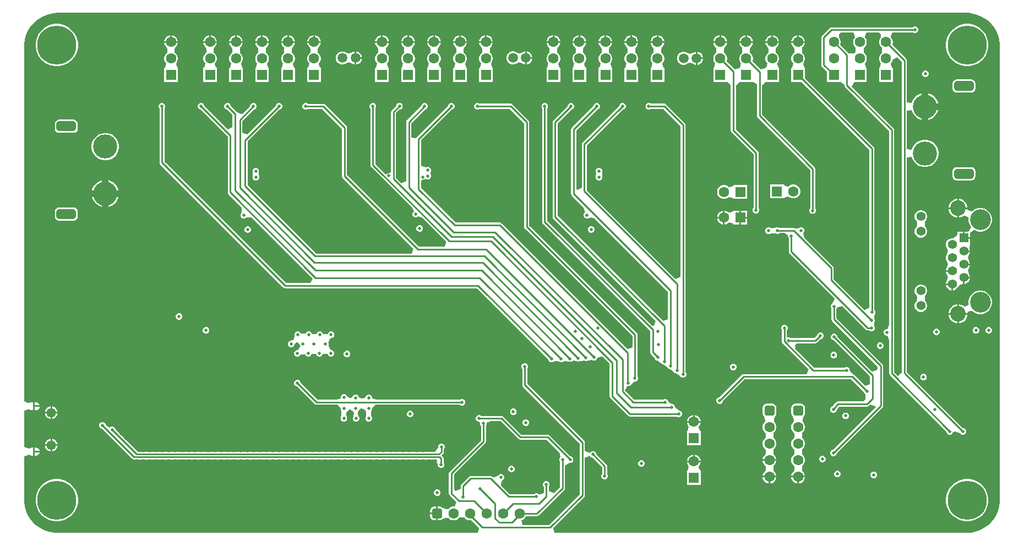
<source format=gbr>
G04*
G04 #@! TF.GenerationSoftware,Altium Limited,Altium Designer,25.1.2 (22)*
G04*
G04 Layer_Physical_Order=4*
G04 Layer_Color=13888217*
%FSLAX44Y44*%
%MOMM*%
G71*
G04*
G04 #@! TF.SameCoordinates,16C12C68-AF79-4A2E-A47B-84CD8AC843F2*
G04*
G04*
G04 #@! TF.FilePolarity,Positive*
G04*
G01*
G75*
%ADD10C,0.2540*%
%ADD94C,1.6000*%
%ADD108R,1.6000X1.6000*%
%ADD109R,1.6000X1.6000*%
%ADD110C,1.5000*%
G04:AMPARAMS|DCode=111|XSize=1.6mm|YSize=1.6mm|CornerRadius=0.4mm|HoleSize=0mm|Usage=FLASHONLY|Rotation=270.000|XOffset=0mm|YOffset=0mm|HoleType=Round|Shape=RoundedRectangle|*
%AMROUNDEDRECTD111*
21,1,1.6000,0.8000,0,0,270.0*
21,1,0.8000,1.6000,0,0,270.0*
1,1,0.8000,-0.4000,-0.4000*
1,1,0.8000,-0.4000,0.4000*
1,1,0.8000,0.4000,0.4000*
1,1,0.8000,0.4000,-0.4000*
%
%ADD111ROUNDEDRECTD111*%
G04:AMPARAMS|DCode=112|XSize=1.5mm|YSize=3mm|CornerRadius=0.375mm|HoleSize=0mm|Usage=FLASHONLY|Rotation=270.000|XOffset=0mm|YOffset=0mm|HoleType=Round|Shape=RoundedRectangle|*
%AMROUNDEDRECTD112*
21,1,1.5000,2.2500,0,0,270.0*
21,1,0.7500,3.0000,0,0,270.0*
1,1,0.7500,-1.1250,-0.3750*
1,1,0.7500,-1.1250,0.3750*
1,1,0.7500,1.1250,0.3750*
1,1,0.7500,1.1250,-0.3750*
%
%ADD112ROUNDEDRECTD112*%
%ADD113C,3.7000*%
%ADD114C,6.0000*%
%ADD115C,1.4080*%
%ADD116R,1.4080X1.4080*%
%ADD117C,2.4000*%
%ADD118C,3.2000*%
%ADD119C,1.4500*%
G04:AMPARAMS|DCode=120|XSize=1.6mm|YSize=1.6mm|CornerRadius=0.4mm|HoleSize=0mm|Usage=FLASHONLY|Rotation=0.000|XOffset=0mm|YOffset=0mm|HoleType=Round|Shape=RoundedRectangle|*
%AMROUNDEDRECTD120*
21,1,1.6000,0.8000,0,0,0.0*
21,1,0.8000,1.6000,0,0,0.0*
1,1,0.8000,0.4000,-0.4000*
1,1,0.8000,-0.4000,-0.4000*
1,1,0.8000,-0.4000,0.4000*
1,1,0.8000,0.4000,0.4000*
%
%ADD120ROUNDEDRECTD120*%
%ADD121C,0.5000*%
G36*
X1558969Y899130D02*
X1565427Y897399D01*
X1571604Y894841D01*
X1577394Y891498D01*
X1582698Y887428D01*
X1587426Y882700D01*
X1591496Y877396D01*
X1594838Y871606D01*
X1597397Y865429D01*
X1599127Y858971D01*
X1600000Y852343D01*
Y849000D01*
X1600000D01*
X1600000Y594000D01*
X1600000Y201250D01*
X1600000Y150500D01*
X1599967Y147178D01*
X1599041Y140599D01*
X1597269Y134196D01*
X1594682Y128077D01*
X1591322Y122345D01*
X1587247Y117097D01*
X1582527Y112422D01*
X1577239Y108399D01*
X1571474Y105096D01*
X1565330Y102568D01*
X1558910Y100859D01*
X1556285Y100516D01*
X1549000Y99998D01*
X915735Y99998D01*
X915257Y100611D01*
X912991Y107498D01*
X960747Y155253D01*
X961589Y156513D01*
X961885Y158000D01*
Y215855D01*
X969385Y218570D01*
X969977Y218145D01*
X971395Y216728D01*
X971395Y216727D01*
X973248Y215960D01*
X973796D01*
X988365Y201391D01*
Y190743D01*
X987977Y190355D01*
X987210Y188503D01*
Y186497D01*
X987977Y184645D01*
X989395Y183227D01*
X991247Y182460D01*
X993252D01*
X995105Y183227D01*
X996523Y184645D01*
X997290Y186497D01*
Y188503D01*
X996523Y190355D01*
X996135Y190743D01*
Y203000D01*
X995839Y204487D01*
X994997Y205747D01*
X979290Y221454D01*
X979290Y222003D01*
X979290Y222003D01*
X978523Y223855D01*
X977105Y225273D01*
X977105D01*
X975253Y226040D01*
X975253Y226040D01*
X975252Y226040D01*
X973248D01*
X971395Y225273D01*
X971395Y225272D01*
X969977Y223855D01*
X969385Y223430D01*
X961885Y226145D01*
Y239500D01*
X961589Y240987D01*
X960747Y242247D01*
X873615Y329379D01*
Y352936D01*
X874003Y353324D01*
X874770Y355177D01*
Y357182D01*
X874003Y359034D01*
X872585Y360452D01*
X870732Y361219D01*
X868727D01*
X866875Y360452D01*
X865457Y359034D01*
X864690Y357182D01*
Y355177D01*
X865457Y353324D01*
X865845Y352936D01*
Y327770D01*
X866141Y326283D01*
X866983Y325023D01*
X954115Y237891D01*
Y159609D01*
X906891Y112385D01*
X865560D01*
X864573Y119885D01*
X865668Y120178D01*
X868072Y121566D01*
X870034Y123528D01*
X871422Y125932D01*
X871471Y126115D01*
X888250D01*
X889737Y126411D01*
X890997Y127253D01*
X930247Y166503D01*
X931089Y167763D01*
X931385Y169250D01*
Y203303D01*
X932665Y204689D01*
X938248Y207960D01*
X940253D01*
X942105Y208727D01*
X943523Y210145D01*
X944290Y211998D01*
Y214002D01*
X943523Y215855D01*
X942105Y217273D01*
X940253Y218040D01*
X939704D01*
X907497Y250247D01*
X906237Y251089D01*
X904750Y251385D01*
X864109D01*
X836497Y278997D01*
X835237Y279839D01*
X833750Y280135D01*
X802493D01*
X802105Y280523D01*
X800253Y281290D01*
X798248D01*
X796395Y280523D01*
X794977Y279105D01*
X794210Y277253D01*
Y275247D01*
X794977Y273395D01*
X796395Y271977D01*
X798248Y271210D01*
X800526Y269776D01*
X800960Y267498D01*
X800960Y267498D01*
X801727Y265645D01*
X801756Y265616D01*
X802115Y264281D01*
Y242609D01*
X754003Y194497D01*
X753161Y193237D01*
X752865Y191750D01*
Y160750D01*
X753161Y159263D01*
X754003Y158003D01*
X764549Y147458D01*
X761909Y141367D01*
X761237Y140540D01*
X758612D01*
X755932Y139822D01*
X753528Y138434D01*
X752178Y137084D01*
X750970Y136853D01*
X749143Y136944D01*
X743782Y137990D01*
X743264Y138664D01*
X741898Y139713D01*
X740307Y140372D01*
X738600Y140596D01*
X735870D01*
Y130000D01*
Y119404D01*
X738600D01*
X740307Y119628D01*
X741898Y120287D01*
X743264Y121336D01*
X743782Y122010D01*
X749143Y123056D01*
X750970Y123147D01*
X752178Y122916D01*
X753528Y121566D01*
X755932Y120178D01*
X758612Y119460D01*
X761388D01*
X764068Y120178D01*
X766472Y121566D01*
X768434Y123528D01*
X768543Y123717D01*
X770056Y124194D01*
X775344D01*
X776857Y123717D01*
X776966Y123528D01*
X778928Y121566D01*
X781332Y120178D01*
X784012Y119460D01*
X786788D01*
X787386Y119620D01*
X799509Y107498D01*
X797243Y100611D01*
X796765Y99998D01*
X151000Y99998D01*
X147657D01*
X141028Y100870D01*
X134571Y102601D01*
X128394Y105159D01*
X122604Y108502D01*
X117300Y112572D01*
X112572Y117300D01*
X108502Y122604D01*
X105159Y128394D01*
X102601Y134571D01*
X100870Y141028D01*
X99998Y147657D01*
Y151000D01*
X99998D01*
Y217894D01*
X105071Y220018D01*
X107498Y220543D01*
X109043Y219510D01*
X111400Y219042D01*
X113130D01*
Y225200D01*
Y231358D01*
X111400D01*
X109043Y230889D01*
X107498Y229857D01*
X105071Y230382D01*
X99998Y232506D01*
X99998Y287894D01*
X105071Y290019D01*
X107498Y290543D01*
X109043Y289510D01*
X111400Y289042D01*
X113130D01*
Y295200D01*
Y301358D01*
X111400D01*
X109043Y300889D01*
X107498Y299857D01*
X105071Y300382D01*
X99998Y302506D01*
X99997Y849000D01*
X100000D01*
Y852343D01*
X100873Y858971D01*
X102603Y865429D01*
X105162Y871606D01*
X108504Y877396D01*
X112575Y882700D01*
X117302Y887428D01*
X122606Y891498D01*
X128396Y894841D01*
X134573Y897399D01*
X141031Y899130D01*
X143717Y899483D01*
X151002Y900002D01*
X151005Y900000D01*
X158502Y900000D01*
X1548995D01*
X1548997Y900002D01*
X1552340D01*
X1558969Y899130D01*
D02*
G37*
G36*
X859753Y244753D02*
X861013Y243911D01*
X862500Y243615D01*
X903141D01*
X922503Y224253D01*
X924645Y217023D01*
X923227Y215605D01*
X923227Y215605D01*
X923227Y215605D01*
X922460Y213752D01*
Y211748D01*
X922460Y211747D01*
X923227Y209895D01*
Y209895D01*
X923615Y209507D01*
Y170859D01*
X913885Y161128D01*
X906385Y164235D01*
Y171257D01*
X906773Y171645D01*
X907540Y173498D01*
Y175502D01*
X906773Y177355D01*
X905355Y178773D01*
X903503Y179540D01*
X901497D01*
X899645Y178773D01*
X898227Y177355D01*
X897460Y175502D01*
Y173498D01*
X898227Y171645D01*
X898615Y171257D01*
Y161481D01*
X892841Y159622D01*
X891115Y159512D01*
X890035Y160593D01*
X888183Y161360D01*
X886178D01*
X884325Y160593D01*
X883617Y159885D01*
X846109D01*
X832784Y173210D01*
X833299Y176383D01*
X835337Y181263D01*
X835855Y181477D01*
X837273Y182895D01*
X838040Y184748D01*
X838040Y186752D01*
X838040Y186753D01*
X837273Y188605D01*
X835855Y190023D01*
X835855D01*
X834003Y190790D01*
X834002Y190790D01*
X831998D01*
X830145Y190023D01*
X830145D01*
X828727Y188605D01*
X828727Y188605D01*
X828513Y188087D01*
X823633Y186049D01*
X820460Y185534D01*
X819247Y186747D01*
X817987Y187589D01*
X816500Y187885D01*
X786500D01*
X785013Y187589D01*
X783753Y186747D01*
X772003Y174997D01*
X771161Y173737D01*
X770865Y172250D01*
Y168441D01*
X763365Y164574D01*
X760635Y166518D01*
Y190141D01*
X808747Y238253D01*
X809589Y239513D01*
X809885Y241000D01*
Y265257D01*
X810273Y265645D01*
X811040Y267498D01*
Y269503D01*
X817969Y272365D01*
X832141D01*
X859753Y244753D01*
D02*
G37*
%LPC*%
G36*
X1470502Y879040D02*
X1468497D01*
X1466645Y878273D01*
X1466257Y877885D01*
X1341000D01*
X1339513Y877589D01*
X1338253Y876747D01*
X1326503Y864997D01*
X1325661Y863737D01*
X1325365Y862250D01*
Y820100D01*
X1325661Y818613D01*
X1326503Y817353D01*
X1334460Y809396D01*
Y793810D01*
X1353615D01*
X1355540Y793810D01*
X1361115Y789164D01*
Y789000D01*
X1361411Y787513D01*
X1362253Y786253D01*
X1430115Y718391D01*
Y420719D01*
X1427502Y413790D01*
X1425497D01*
X1423645Y413023D01*
X1422227Y411605D01*
X1421460Y409753D01*
Y407747D01*
X1422227Y405895D01*
X1423645Y404477D01*
X1425497Y403710D01*
X1427502D01*
X1430115Y396781D01*
Y345500D01*
X1430411Y344013D01*
X1431253Y342753D01*
X1518210Y255796D01*
Y255247D01*
X1518977Y253395D01*
X1520395Y251977D01*
X1522247Y251210D01*
X1524252D01*
X1526105Y251977D01*
X1527523Y253395D01*
X1528290Y255247D01*
X1530691Y256354D01*
X1531856Y256177D01*
X1538727Y253395D01*
X1540145Y251977D01*
X1540145D01*
X1541998Y251210D01*
X1544003D01*
X1545855Y251977D01*
X1545855D01*
X1547273Y253395D01*
X1548040Y255247D01*
Y257253D01*
X1547273Y259105D01*
X1545855Y260523D01*
X1544003Y261290D01*
X1543454D01*
X1457135Y347609D01*
Y677797D01*
X1464635Y678536D01*
X1464769Y677863D01*
X1466355Y674034D01*
X1468657Y670588D01*
X1471588Y667657D01*
X1475034Y665355D01*
X1478863Y663769D01*
X1482928Y662960D01*
X1487072D01*
X1491137Y663769D01*
X1494966Y665355D01*
X1498412Y667657D01*
X1501343Y670588D01*
X1503645Y674034D01*
X1505231Y677863D01*
X1506040Y681928D01*
Y686072D01*
X1505231Y690137D01*
X1503645Y693966D01*
X1501343Y697412D01*
X1498412Y700343D01*
X1494966Y702645D01*
X1491137Y704231D01*
X1487072Y705040D01*
X1482928D01*
X1478863Y704231D01*
X1475034Y702645D01*
X1471588Y700343D01*
X1468657Y697412D01*
X1466355Y693966D01*
X1464769Y690137D01*
X1464635Y689464D01*
X1457135Y690203D01*
Y749798D01*
X1464635Y750536D01*
X1464769Y749863D01*
X1466355Y746034D01*
X1468657Y742588D01*
X1471588Y739657D01*
X1475034Y737355D01*
X1478863Y735769D01*
X1479920Y735558D01*
Y756000D01*
Y776442D01*
X1478863Y776232D01*
X1475034Y774645D01*
X1471588Y772343D01*
X1468657Y769412D01*
X1466355Y765966D01*
X1464769Y762137D01*
X1464635Y761464D01*
X1457135Y762203D01*
Y826900D01*
X1456839Y828387D01*
X1455997Y829647D01*
X1434727Y850917D01*
X1434822Y851082D01*
X1435540Y853762D01*
Y856538D01*
X1434822Y859218D01*
X1433434Y861622D01*
X1432440Y862615D01*
X1433165Y866584D01*
X1435159Y870115D01*
X1466257D01*
X1466645Y869727D01*
X1468497Y868960D01*
X1470502D01*
X1472355Y869727D01*
X1473773Y871145D01*
X1474540Y872998D01*
Y875003D01*
X1473773Y876855D01*
X1472355Y878273D01*
X1470502Y879040D01*
D02*
G37*
G36*
X1074888Y865690D02*
X1074770D01*
Y856420D01*
X1084040D01*
Y856538D01*
X1083322Y859218D01*
X1081934Y861622D01*
X1079972Y863584D01*
X1077568Y864972D01*
X1074888Y865690D01*
D02*
G37*
G36*
X1072230D02*
X1072112D01*
X1069432Y864972D01*
X1067028Y863584D01*
X1065066Y861622D01*
X1063678Y859218D01*
X1062960Y856538D01*
Y856420D01*
X1072230D01*
Y865690D01*
D02*
G37*
G36*
X1211388D02*
X1211270D01*
Y856420D01*
X1220540D01*
Y856538D01*
X1219822Y859218D01*
X1218434Y861622D01*
X1216472Y863584D01*
X1214068Y864972D01*
X1211388Y865690D01*
D02*
G37*
G36*
X954888D02*
X954770D01*
Y856420D01*
X964040D01*
Y856538D01*
X963322Y859218D01*
X961934Y861622D01*
X959972Y863584D01*
X957568Y864972D01*
X954888Y865690D01*
D02*
G37*
G36*
X914888D02*
X914770D01*
Y856420D01*
X924040D01*
Y856538D01*
X923322Y859218D01*
X921934Y861622D01*
X919972Y863584D01*
X917568Y864972D01*
X914888Y865690D01*
D02*
G37*
G36*
X811388D02*
X811270D01*
Y856420D01*
X820540D01*
Y856538D01*
X819822Y859218D01*
X818434Y861622D01*
X816472Y863584D01*
X814068Y864972D01*
X811388Y865690D01*
D02*
G37*
G36*
X1208730D02*
X1208612D01*
X1205932Y864972D01*
X1203528Y863584D01*
X1201566Y861622D01*
X1200178Y859218D01*
X1199460Y856538D01*
Y856420D01*
X1208730D01*
Y865690D01*
D02*
G37*
G36*
X952230D02*
X952112D01*
X949432Y864972D01*
X947028Y863584D01*
X945066Y861622D01*
X943678Y859218D01*
X942960Y856538D01*
Y856420D01*
X952230D01*
Y865690D01*
D02*
G37*
G36*
X912230D02*
X912112D01*
X909432Y864972D01*
X907028Y863584D01*
X905066Y861622D01*
X903678Y859218D01*
X902960Y856538D01*
Y856420D01*
X912230D01*
Y865690D01*
D02*
G37*
G36*
X808730D02*
X808612D01*
X805932Y864972D01*
X803528Y863584D01*
X801566Y861622D01*
X800178Y859218D01*
X799460Y856538D01*
Y856420D01*
X808730D01*
Y865690D01*
D02*
G37*
G36*
X1291388D02*
X1291270D01*
Y856420D01*
X1300540D01*
Y856538D01*
X1299822Y859218D01*
X1298434Y861622D01*
X1296472Y863584D01*
X1294068Y864972D01*
X1291388Y865690D01*
D02*
G37*
G36*
X1251388D02*
X1251270D01*
Y856420D01*
X1260540D01*
Y856538D01*
X1259822Y859218D01*
X1258434Y861622D01*
X1256472Y863584D01*
X1254068Y864972D01*
X1251388Y865690D01*
D02*
G37*
G36*
X994888D02*
X994770D01*
Y856420D01*
X1004040D01*
Y856538D01*
X1003322Y859218D01*
X1001934Y861622D01*
X999972Y863584D01*
X997568Y864972D01*
X994888Y865690D01*
D02*
G37*
G36*
X691388D02*
X691270D01*
Y856420D01*
X700540D01*
Y856538D01*
X699822Y859218D01*
X698434Y861622D01*
X696472Y863584D01*
X694068Y864972D01*
X691388Y865690D01*
D02*
G37*
G36*
X651388D02*
X651270D01*
Y856420D01*
X660540D01*
Y856538D01*
X659822Y859218D01*
X658434Y861622D01*
X656472Y863584D01*
X654068Y864972D01*
X651388Y865690D01*
D02*
G37*
G36*
X1288730D02*
X1288612D01*
X1285932Y864972D01*
X1283528Y863584D01*
X1281566Y861622D01*
X1280178Y859218D01*
X1279460Y856538D01*
Y856420D01*
X1288730D01*
Y865690D01*
D02*
G37*
G36*
X1248730D02*
X1248612D01*
X1245932Y864972D01*
X1243528Y863584D01*
X1241566Y861622D01*
X1240178Y859218D01*
X1239460Y856538D01*
Y856420D01*
X1248730D01*
Y865690D01*
D02*
G37*
G36*
X992230D02*
X992112D01*
X989432Y864972D01*
X987028Y863584D01*
X985066Y861622D01*
X983678Y859218D01*
X982960Y856538D01*
Y856420D01*
X992230D01*
Y865690D01*
D02*
G37*
G36*
X688730D02*
X688612D01*
X685932Y864972D01*
X683528Y863584D01*
X681566Y861622D01*
X680178Y859218D01*
X679460Y856538D01*
Y856420D01*
X688730D01*
Y865690D01*
D02*
G37*
G36*
X648730D02*
X648612D01*
X645932Y864972D01*
X643528Y863584D01*
X641566Y861622D01*
X640178Y859218D01*
X639460Y856538D01*
Y856420D01*
X648730D01*
Y865690D01*
D02*
G37*
G36*
X1034888D02*
X1034770D01*
Y856420D01*
X1044040D01*
Y856538D01*
X1043322Y859218D01*
X1041934Y861622D01*
X1039972Y863584D01*
X1037568Y864972D01*
X1034888Y865690D01*
D02*
G37*
G36*
X731388D02*
X731270D01*
Y856420D01*
X740540D01*
Y856538D01*
X739822Y859218D01*
X738434Y861622D01*
X736472Y863584D01*
X734068Y864972D01*
X731388Y865690D01*
D02*
G37*
G36*
X1032230D02*
X1032112D01*
X1029432Y864972D01*
X1027028Y863584D01*
X1025066Y861622D01*
X1023678Y859218D01*
X1022960Y856538D01*
Y856420D01*
X1032230D01*
Y865690D01*
D02*
G37*
G36*
X728730D02*
X728612D01*
X725932Y864972D01*
X723528Y863584D01*
X721566Y861622D01*
X720178Y859218D01*
X719460Y856538D01*
Y856420D01*
X728730D01*
Y865690D01*
D02*
G37*
G36*
X1171388D02*
X1171270D01*
Y856420D01*
X1180540D01*
Y856538D01*
X1179822Y859218D01*
X1178434Y861622D01*
X1176472Y863584D01*
X1174068Y864972D01*
X1171388Y865690D01*
D02*
G37*
G36*
X771388D02*
X771270D01*
Y856420D01*
X780540D01*
Y856538D01*
X779822Y859218D01*
X778434Y861622D01*
X776472Y863584D01*
X774068Y864972D01*
X771388Y865690D01*
D02*
G37*
G36*
X1168730D02*
X1168612D01*
X1165932Y864972D01*
X1163528Y863584D01*
X1161566Y861622D01*
X1160178Y859218D01*
X1159460Y856538D01*
Y856420D01*
X1168730D01*
Y865690D01*
D02*
G37*
G36*
X768730D02*
X768612D01*
X765932Y864972D01*
X763528Y863584D01*
X761566Y861622D01*
X760178Y859218D01*
X759460Y856538D01*
Y856420D01*
X768730D01*
Y865690D01*
D02*
G37*
G36*
X506888Y865690D02*
X506770D01*
Y856420D01*
X516040D01*
Y856538D01*
X515322Y859218D01*
X513934Y861622D01*
X511972Y863584D01*
X509568Y864972D01*
X506888Y865690D01*
D02*
G37*
G36*
X504230D02*
X504112D01*
X501432Y864972D01*
X499028Y863584D01*
X497066Y861622D01*
X495678Y859218D01*
X494960Y856538D01*
Y856420D01*
X504230D01*
Y865690D01*
D02*
G37*
G36*
X546888D02*
X546770D01*
Y856420D01*
X556040D01*
Y856538D01*
X555322Y859218D01*
X553934Y861622D01*
X551972Y863584D01*
X549568Y864972D01*
X546888Y865690D01*
D02*
G37*
G36*
X466888D02*
X466770D01*
Y856420D01*
X476040D01*
Y856538D01*
X475322Y859218D01*
X473934Y861622D01*
X471972Y863584D01*
X469568Y864972D01*
X466888Y865690D01*
D02*
G37*
G36*
X544230D02*
X544112D01*
X541432Y864972D01*
X539028Y863584D01*
X537066Y861622D01*
X535678Y859218D01*
X534960Y856538D01*
Y856420D01*
X544230D01*
Y865690D01*
D02*
G37*
G36*
X464230D02*
X464112D01*
X461432Y864972D01*
X459028Y863584D01*
X457066Y861622D01*
X455678Y859218D01*
X454960Y856538D01*
Y856420D01*
X464230D01*
Y865690D01*
D02*
G37*
G36*
X426888D02*
X426770D01*
Y856420D01*
X436040D01*
Y856538D01*
X435322Y859218D01*
X433934Y861622D01*
X431972Y863584D01*
X429568Y864972D01*
X426888Y865690D01*
D02*
G37*
G36*
X386888D02*
X386770D01*
Y856420D01*
X396040D01*
Y856538D01*
X395322Y859218D01*
X393934Y861622D01*
X391972Y863584D01*
X389568Y864972D01*
X386888Y865690D01*
D02*
G37*
G36*
X326888D02*
X326770D01*
Y856420D01*
X336040D01*
Y856538D01*
X335322Y859218D01*
X333934Y861622D01*
X331972Y863584D01*
X329568Y864972D01*
X326888Y865690D01*
D02*
G37*
G36*
X424230D02*
X424112D01*
X421432Y864972D01*
X419028Y863584D01*
X417066Y861622D01*
X415678Y859218D01*
X414960Y856538D01*
Y856420D01*
X424230D01*
Y865690D01*
D02*
G37*
G36*
X384230D02*
X384112D01*
X381432Y864972D01*
X379028Y863584D01*
X377066Y861622D01*
X375678Y859218D01*
X374960Y856538D01*
Y856420D01*
X384230D01*
Y865690D01*
D02*
G37*
G36*
X324230D02*
X324112D01*
X321432Y864972D01*
X319028Y863584D01*
X317066Y861622D01*
X315678Y859218D01*
X314960Y856538D01*
Y856420D01*
X324230D01*
Y865690D01*
D02*
G37*
G36*
X870010Y840940D02*
X869958D01*
X867405Y840256D01*
X865115Y838934D01*
X861280Y837698D01*
X857445Y838934D01*
X855155Y840256D01*
X852602Y840940D01*
X849958D01*
X847405Y840256D01*
X845115Y838934D01*
X843246Y837065D01*
X841924Y834775D01*
X841240Y832222D01*
Y829578D01*
X841924Y827025D01*
X843246Y824735D01*
X845115Y822866D01*
X847405Y821544D01*
X849958Y820860D01*
X852602D01*
X855155Y821544D01*
X857445Y822866D01*
X861280Y824102D01*
X865115Y822866D01*
X867405Y821544D01*
X869958Y820860D01*
X870010D01*
Y830900D01*
Y840940D01*
D02*
G37*
G36*
X607760Y840690D02*
X607708D01*
X605155Y840006D01*
X602865Y838684D01*
X599030Y837448D01*
X595195Y838684D01*
X592905Y840006D01*
X590352Y840690D01*
X587708D01*
X585155Y840006D01*
X582865Y838684D01*
X580996Y836815D01*
X579674Y834525D01*
X578990Y831972D01*
Y829328D01*
X579674Y826775D01*
X580996Y824485D01*
X582865Y822616D01*
X585155Y821294D01*
X587708Y820610D01*
X590352D01*
X592905Y821294D01*
X595195Y822616D01*
X599030Y823852D01*
X602865Y822616D01*
X605155Y821294D01*
X607708Y820610D01*
X607760D01*
Y830650D01*
Y840690D01*
D02*
G37*
G36*
X1132510Y840190D02*
X1132458D01*
X1129905Y839506D01*
X1127615Y838184D01*
X1123780Y836948D01*
X1119945Y838184D01*
X1117655Y839506D01*
X1115102Y840190D01*
X1112458D01*
X1109905Y839506D01*
X1107615Y838184D01*
X1105746Y836315D01*
X1104424Y834025D01*
X1103740Y831472D01*
Y828828D01*
X1104424Y826275D01*
X1105746Y823985D01*
X1107615Y822116D01*
X1109905Y820794D01*
X1112458Y820110D01*
X1115102D01*
X1117655Y820794D01*
X1119945Y822116D01*
X1123780Y823352D01*
X1127615Y822116D01*
X1129905Y820794D01*
X1132458Y820110D01*
X1132510D01*
Y830150D01*
Y840190D01*
D02*
G37*
G36*
X872602Y840940D02*
X872550D01*
Y832170D01*
X881320D01*
Y832222D01*
X880636Y834775D01*
X879314Y837065D01*
X877445Y838934D01*
X875155Y840256D01*
X872602Y840940D01*
D02*
G37*
G36*
X610352Y840690D02*
X610300D01*
Y831920D01*
X619070D01*
Y831972D01*
X618386Y834525D01*
X617064Y836815D01*
X615195Y838684D01*
X612905Y840006D01*
X610352Y840690D01*
D02*
G37*
G36*
X1135102Y840190D02*
X1135050D01*
Y831420D01*
X1143820D01*
Y831472D01*
X1143136Y834025D01*
X1141814Y836315D01*
X1139945Y838184D01*
X1137655Y839506D01*
X1135102Y840190D01*
D02*
G37*
G36*
X881320Y829630D02*
X872550D01*
Y820860D01*
X872602D01*
X875155Y821544D01*
X877445Y822866D01*
X879314Y824735D01*
X880636Y827025D01*
X881320Y829578D01*
Y829630D01*
D02*
G37*
G36*
X619070Y829380D02*
X610300D01*
Y820610D01*
X610352D01*
X612905Y821294D01*
X615195Y822616D01*
X617064Y824485D01*
X618386Y826775D01*
X619070Y829328D01*
Y829380D01*
D02*
G37*
G36*
X1143820Y828880D02*
X1135050D01*
Y820110D01*
X1135102D01*
X1137655Y820794D01*
X1139945Y822116D01*
X1141814Y823985D01*
X1143136Y826275D01*
X1143820Y828828D01*
Y828880D01*
D02*
G37*
G36*
X1552361Y883140D02*
X1547239D01*
X1542180Y882339D01*
X1537309Y880756D01*
X1532745Y878431D01*
X1528602Y875420D01*
X1524980Y871798D01*
X1521969Y867655D01*
X1519644Y863091D01*
X1518061Y858220D01*
X1517260Y853161D01*
Y848039D01*
X1518061Y842980D01*
X1519644Y838109D01*
X1521969Y833545D01*
X1524980Y829402D01*
X1528602Y825780D01*
X1532745Y822769D01*
X1537309Y820444D01*
X1542180Y818861D01*
X1547239Y818060D01*
X1552361D01*
X1557420Y818861D01*
X1562291Y820444D01*
X1566855Y822769D01*
X1570998Y825780D01*
X1574620Y829402D01*
X1577631Y833545D01*
X1579956Y838109D01*
X1581539Y842980D01*
X1582340Y848039D01*
Y853161D01*
X1581539Y858220D01*
X1579956Y863091D01*
X1577631Y867655D01*
X1574620Y871798D01*
X1570998Y875420D01*
X1566855Y878431D01*
X1562291Y880756D01*
X1557420Y882339D01*
X1552361Y883140D01*
D02*
G37*
G36*
X152361D02*
X147239D01*
X142180Y882339D01*
X137309Y880756D01*
X132745Y878431D01*
X128602Y875420D01*
X124980Y871798D01*
X121969Y867655D01*
X119644Y863091D01*
X118061Y858220D01*
X117260Y853161D01*
Y848039D01*
X118061Y842980D01*
X119644Y838109D01*
X121969Y833545D01*
X124980Y829402D01*
X128602Y825780D01*
X132745Y822769D01*
X137309Y820444D01*
X142180Y818861D01*
X147239Y818060D01*
X152361D01*
X157420Y818861D01*
X162291Y820444D01*
X166855Y822769D01*
X170998Y825780D01*
X174620Y829402D01*
X177631Y833545D01*
X179956Y838109D01*
X181539Y842980D01*
X182340Y848039D01*
Y853161D01*
X181539Y858220D01*
X179956Y863091D01*
X177631Y867655D01*
X174620Y871798D01*
X170998Y875420D01*
X166855Y878431D01*
X162291Y880756D01*
X157420Y882339D01*
X152361Y883140D01*
D02*
G37*
G36*
X1220540Y853880D02*
X1210000D01*
X1199460D01*
Y853762D01*
X1200178Y851082D01*
X1201566Y848678D01*
X1203528Y846716D01*
X1203717Y846607D01*
X1204194Y845094D01*
Y839806D01*
X1203717Y838293D01*
X1203528Y838184D01*
X1201566Y836222D01*
X1200178Y833818D01*
X1199460Y831138D01*
Y828362D01*
X1200178Y825682D01*
X1201566Y823278D01*
X1202454Y822390D01*
X1201565Y817998D01*
X1199725Y814890D01*
X1199460D01*
X1198804Y814622D01*
X1191960Y813284D01*
X1179727Y825517D01*
X1179822Y825682D01*
X1180540Y828362D01*
Y831138D01*
X1179822Y833818D01*
X1178434Y836222D01*
X1176472Y838184D01*
X1176283Y838293D01*
X1175806Y839806D01*
Y845094D01*
X1176283Y846607D01*
X1176472Y846716D01*
X1178434Y848678D01*
X1179822Y851082D01*
X1180540Y853762D01*
Y853880D01*
X1170000D01*
X1159460D01*
Y853762D01*
X1160178Y851082D01*
X1161566Y848678D01*
X1163528Y846716D01*
X1163717Y846607D01*
X1164194Y845094D01*
Y839806D01*
X1163717Y838293D01*
X1163528Y838184D01*
X1161566Y836222D01*
X1160178Y833818D01*
X1159460Y831138D01*
Y828362D01*
X1160178Y825682D01*
X1161566Y823278D01*
X1162454Y822390D01*
X1161565Y817998D01*
X1159725Y814890D01*
X1159460D01*
Y793810D01*
X1180540D01*
X1186365Y789767D01*
Y719137D01*
X1186661Y717650D01*
X1187503Y716390D01*
X1221365Y682528D01*
Y599993D01*
X1220977Y599605D01*
X1220210Y597752D01*
Y595747D01*
X1220977Y593895D01*
X1222395Y592477D01*
X1224248Y591710D01*
X1226253D01*
X1228105Y592477D01*
X1229523Y593895D01*
X1230290Y595747D01*
Y597752D01*
X1229523Y599605D01*
X1229135Y599993D01*
Y684137D01*
X1228839Y685623D01*
X1227997Y686883D01*
X1194135Y720746D01*
Y788560D01*
X1199460Y793810D01*
X1201635Y793810D01*
X1220540D01*
X1226615Y790371D01*
Y742012D01*
X1226911Y740525D01*
X1227753Y739265D01*
X1308365Y658653D01*
Y599243D01*
X1307977Y598855D01*
X1307210Y597002D01*
Y594997D01*
X1307977Y593145D01*
X1309395Y591727D01*
X1311248Y590960D01*
X1313253D01*
X1315105Y591727D01*
X1316523Y593145D01*
X1317290Y594997D01*
Y597002D01*
X1316523Y598855D01*
X1316135Y599243D01*
Y660262D01*
X1315839Y661748D01*
X1314997Y663008D01*
X1234385Y743621D01*
Y788412D01*
X1239460Y793810D01*
X1241885Y793810D01*
X1260540D01*
Y814890D01*
X1260275D01*
X1258435Y817998D01*
X1257546Y822390D01*
X1258434Y823278D01*
X1259822Y825682D01*
X1260540Y828362D01*
Y831138D01*
X1259822Y833818D01*
X1258434Y836222D01*
X1256472Y838184D01*
X1256283Y838293D01*
X1255806Y839806D01*
Y845094D01*
X1256283Y846607D01*
X1256472Y846716D01*
X1258434Y848678D01*
X1259822Y851082D01*
X1260540Y853762D01*
Y853880D01*
X1250000D01*
X1239460D01*
Y853762D01*
X1240178Y851082D01*
X1241566Y848678D01*
X1243528Y846716D01*
X1243717Y846607D01*
X1244194Y845094D01*
Y839806D01*
X1243717Y838293D01*
X1243528Y838184D01*
X1241566Y836222D01*
X1240178Y833818D01*
X1239460Y831138D01*
Y828362D01*
X1240178Y825682D01*
X1241566Y823278D01*
X1242454Y822390D01*
X1241565Y817998D01*
X1239725Y814890D01*
X1239460D01*
X1231960Y813284D01*
X1219727Y825517D01*
X1219822Y825682D01*
X1220540Y828362D01*
Y831138D01*
X1219822Y833818D01*
X1218434Y836222D01*
X1216472Y838184D01*
X1216283Y838293D01*
X1215806Y839806D01*
Y845094D01*
X1216283Y846607D01*
X1216472Y846716D01*
X1218434Y848678D01*
X1219822Y851082D01*
X1220540Y853762D01*
Y853880D01*
D02*
G37*
G36*
X1486752Y811290D02*
X1484747D01*
X1482895Y810523D01*
X1481477Y809105D01*
X1480710Y807253D01*
Y805247D01*
X1481477Y803395D01*
X1482895Y801977D01*
X1484747Y801210D01*
X1486752D01*
X1488605Y801977D01*
X1490023Y803395D01*
X1490790Y805247D01*
Y807253D01*
X1490023Y809105D01*
X1488605Y810523D01*
X1486752Y811290D01*
D02*
G37*
G36*
X1084040Y853880D02*
X1073500D01*
X1062960D01*
Y853762D01*
X1063678Y851082D01*
X1065066Y848678D01*
X1067028Y846716D01*
X1067217Y846607D01*
X1067694Y845094D01*
Y839806D01*
X1067217Y838293D01*
X1067028Y838184D01*
X1065066Y836222D01*
X1063678Y833818D01*
X1062960Y831138D01*
Y828362D01*
X1063678Y825682D01*
X1065066Y823278D01*
X1065954Y822390D01*
X1065065Y817998D01*
X1063225Y814890D01*
X1062960D01*
Y793810D01*
X1084040D01*
Y814890D01*
X1083775D01*
X1081935Y817998D01*
X1081046Y822390D01*
X1081934Y823278D01*
X1083322Y825682D01*
X1084040Y828362D01*
Y831138D01*
X1083322Y833818D01*
X1081934Y836222D01*
X1079972Y838184D01*
X1079782Y838293D01*
X1079306Y839806D01*
Y845094D01*
X1079782Y846607D01*
X1079972Y846716D01*
X1081934Y848678D01*
X1083322Y851082D01*
X1084040Y853762D01*
Y853880D01*
D02*
G37*
G36*
X1044040Y853880D02*
X1033500D01*
X1022960D01*
Y853762D01*
X1023678Y851082D01*
X1025066Y848678D01*
X1027028Y846716D01*
X1027217Y846607D01*
X1027694Y845094D01*
Y839806D01*
X1027217Y838293D01*
X1027028Y838184D01*
X1025066Y836222D01*
X1023678Y833818D01*
X1022960Y831138D01*
Y828362D01*
X1023678Y825682D01*
X1025066Y823278D01*
X1025954Y822390D01*
X1025065Y817998D01*
X1023225Y814890D01*
X1022960D01*
Y793810D01*
X1044040D01*
Y814890D01*
X1043775D01*
X1041935Y817998D01*
X1041046Y822390D01*
X1041934Y823278D01*
X1043322Y825682D01*
X1044040Y828362D01*
Y831138D01*
X1043322Y833818D01*
X1041934Y836222D01*
X1039972Y838184D01*
X1039782Y838293D01*
X1039306Y839806D01*
Y845094D01*
X1039782Y846607D01*
X1039972Y846716D01*
X1041934Y848678D01*
X1043322Y851082D01*
X1044040Y853762D01*
Y853880D01*
D02*
G37*
G36*
X1004040Y853880D02*
X993500D01*
X982960D01*
Y853762D01*
X983678Y851082D01*
X985066Y848678D01*
X987028Y846716D01*
X987217Y846607D01*
X987694Y845094D01*
Y839806D01*
X987217Y838293D01*
X987028Y838184D01*
X985066Y836222D01*
X983678Y833818D01*
X982960Y831138D01*
Y828362D01*
X983678Y825682D01*
X985066Y823278D01*
X985954Y822390D01*
X985065Y817998D01*
X983225Y814890D01*
X982960D01*
Y793810D01*
X1004040D01*
Y814890D01*
X1003775D01*
X1001935Y817998D01*
X1001046Y822390D01*
X1001934Y823278D01*
X1003322Y825682D01*
X1004040Y828362D01*
Y831138D01*
X1003322Y833818D01*
X1001934Y836222D01*
X999972Y838184D01*
X999782Y838293D01*
X999306Y839806D01*
Y845094D01*
X999782Y846607D01*
X999972Y846716D01*
X1001934Y848678D01*
X1003322Y851082D01*
X1004040Y853762D01*
Y853880D01*
D02*
G37*
G36*
X964040Y853880D02*
X953500D01*
X942960D01*
Y853762D01*
X943678Y851082D01*
X945066Y848678D01*
X947028Y846716D01*
X947217Y846607D01*
X947694Y845094D01*
Y839806D01*
X947217Y838293D01*
X947028Y838184D01*
X945066Y836222D01*
X943678Y833818D01*
X942960Y831138D01*
Y828362D01*
X943678Y825682D01*
X945066Y823278D01*
X945954Y822390D01*
X945065Y817998D01*
X943225Y814890D01*
X942960D01*
Y793810D01*
X964040D01*
Y814890D01*
X963775D01*
X961935Y817998D01*
X961046Y822390D01*
X961934Y823278D01*
X963322Y825682D01*
X964040Y828362D01*
Y831138D01*
X963322Y833818D01*
X961934Y836222D01*
X959972Y838184D01*
X959782Y838293D01*
X959306Y839806D01*
Y845094D01*
X959782Y846607D01*
X959972Y846716D01*
X961934Y848678D01*
X963322Y851082D01*
X964040Y853762D01*
Y853880D01*
D02*
G37*
G36*
X913500Y855150D02*
D01*
Y853880D01*
X902960D01*
Y853762D01*
X903678Y851082D01*
X905066Y848678D01*
X907028Y846716D01*
X907217Y846607D01*
X907694Y845094D01*
Y839806D01*
X907217Y838293D01*
X907028Y838184D01*
X905066Y836222D01*
X903678Y833818D01*
X902960Y831138D01*
Y828362D01*
X903678Y825682D01*
X905066Y823278D01*
X905954Y822390D01*
X905065Y817998D01*
X903225Y814890D01*
X902960D01*
Y793810D01*
X924040D01*
Y814890D01*
X923775D01*
X921935Y817998D01*
X921046Y822390D01*
X921934Y823278D01*
X923322Y825682D01*
X924040Y828362D01*
Y831138D01*
X923322Y833818D01*
X921934Y836222D01*
X919972Y838184D01*
X919782Y838293D01*
X919306Y839806D01*
Y845094D01*
X919782Y846607D01*
X919972Y846716D01*
X921934Y848678D01*
X923322Y851082D01*
X924040Y853762D01*
Y853880D01*
X913500D01*
Y855150D01*
D02*
G37*
G36*
X820540Y853880D02*
X810000D01*
X799460D01*
Y853762D01*
X800178Y851082D01*
X801566Y848678D01*
X803528Y846716D01*
X803717Y846607D01*
X804194Y845094D01*
Y839806D01*
X803717Y838293D01*
X803528Y838184D01*
X801566Y836222D01*
X800178Y833818D01*
X799460Y831138D01*
Y828362D01*
X800178Y825682D01*
X801566Y823278D01*
X802454Y822390D01*
X801565Y817998D01*
X799725Y814890D01*
X799460D01*
Y793810D01*
X820540D01*
Y814890D01*
X820275D01*
X818435Y817998D01*
X817546Y822390D01*
X818434Y823278D01*
X819822Y825682D01*
X820540Y828362D01*
Y831138D01*
X819822Y833818D01*
X818434Y836222D01*
X816472Y838184D01*
X816283Y838293D01*
X815806Y839806D01*
Y845094D01*
X816283Y846607D01*
X816472Y846716D01*
X818434Y848678D01*
X819822Y851082D01*
X820540Y853762D01*
Y853880D01*
D02*
G37*
G36*
X780540Y853880D02*
X770000D01*
X759460D01*
Y853762D01*
X760178Y851082D01*
X761566Y848678D01*
X763528Y846716D01*
X763717Y846607D01*
X764194Y845094D01*
Y839806D01*
X763717Y838293D01*
X763528Y838184D01*
X761566Y836222D01*
X760178Y833818D01*
X759460Y831138D01*
Y828362D01*
X760178Y825682D01*
X761566Y823278D01*
X762454Y822390D01*
X761565Y817998D01*
X759725Y814890D01*
X759460D01*
Y793810D01*
X780540D01*
Y814890D01*
X780275D01*
X778435Y817998D01*
X777546Y822390D01*
X778434Y823278D01*
X779822Y825682D01*
X780540Y828362D01*
Y831138D01*
X779822Y833818D01*
X778434Y836222D01*
X776472Y838184D01*
X776283Y838293D01*
X775806Y839806D01*
Y845094D01*
X776283Y846607D01*
X776472Y846716D01*
X778434Y848678D01*
X779822Y851082D01*
X780540Y853762D01*
Y853880D01*
D02*
G37*
G36*
X740540Y853880D02*
X730000D01*
X719460D01*
Y853762D01*
X720178Y851082D01*
X721566Y848678D01*
X723528Y846716D01*
X723717Y846607D01*
X724194Y845094D01*
Y839806D01*
X723717Y838293D01*
X723528Y838184D01*
X721566Y836222D01*
X720178Y833818D01*
X719460Y831138D01*
Y828362D01*
X720178Y825682D01*
X721566Y823278D01*
X722454Y822390D01*
X721565Y817998D01*
X719725Y814890D01*
X719460D01*
Y793810D01*
X740540D01*
Y814890D01*
X740275D01*
X738435Y817998D01*
X737546Y822390D01*
X738434Y823278D01*
X739822Y825682D01*
X740540Y828362D01*
Y831138D01*
X739822Y833818D01*
X738434Y836222D01*
X736472Y838184D01*
X736283Y838293D01*
X735806Y839806D01*
Y845094D01*
X736283Y846607D01*
X736472Y846716D01*
X738434Y848678D01*
X739822Y851082D01*
X740540Y853762D01*
Y853880D01*
D02*
G37*
G36*
X700540Y853880D02*
X690000D01*
X679460D01*
Y853762D01*
X680178Y851082D01*
X681566Y848678D01*
X683528Y846716D01*
X683717Y846607D01*
X684194Y845094D01*
Y839806D01*
X683717Y838293D01*
X683528Y838184D01*
X681566Y836222D01*
X680178Y833818D01*
X679460Y831138D01*
Y828362D01*
X680178Y825682D01*
X681566Y823278D01*
X682454Y822390D01*
X681565Y817998D01*
X679725Y814890D01*
X679460D01*
Y793810D01*
X700540D01*
Y814890D01*
X700275D01*
X698435Y817998D01*
X697546Y822390D01*
X698434Y823278D01*
X699822Y825682D01*
X700540Y828362D01*
Y831138D01*
X699822Y833818D01*
X698434Y836222D01*
X696472Y838184D01*
X696283Y838293D01*
X695806Y839806D01*
Y845094D01*
X696283Y846607D01*
X696472Y846716D01*
X698434Y848678D01*
X699822Y851082D01*
X700540Y853762D01*
Y853880D01*
D02*
G37*
G36*
X660540D02*
X650000D01*
X639460D01*
Y853762D01*
X640178Y851082D01*
X641566Y848678D01*
X643528Y846716D01*
X643717Y846607D01*
X644194Y845094D01*
Y839806D01*
X643717Y838293D01*
X643528Y838184D01*
X641566Y836222D01*
X640178Y833818D01*
X639460Y831138D01*
Y828362D01*
X640178Y825682D01*
X641566Y823278D01*
X642454Y822390D01*
X641565Y817998D01*
X639725Y814890D01*
X639460D01*
Y793810D01*
X660540D01*
Y814890D01*
X660275D01*
X658435Y817998D01*
X657546Y822390D01*
X658434Y823278D01*
X659822Y825682D01*
X660540Y828362D01*
Y831138D01*
X659822Y833818D01*
X658434Y836222D01*
X656472Y838184D01*
X656283Y838293D01*
X655806Y839806D01*
Y845094D01*
X656283Y846607D01*
X656472Y846716D01*
X658434Y848678D01*
X659822Y851082D01*
X660540Y853762D01*
Y853880D01*
D02*
G37*
G36*
X556040Y853880D02*
X545500D01*
X534960D01*
Y853762D01*
X535678Y851082D01*
X537066Y848678D01*
X539028Y846716D01*
X539217Y846607D01*
X539694Y845094D01*
Y839806D01*
X539217Y838293D01*
X539028Y838184D01*
X537066Y836222D01*
X535678Y833818D01*
X534960Y831138D01*
Y828362D01*
X535678Y825682D01*
X537066Y823278D01*
X537954Y822390D01*
X537065Y817998D01*
X535225Y814890D01*
X534960D01*
Y793810D01*
X556040D01*
Y814890D01*
X555775D01*
X553935Y817998D01*
X553046Y822390D01*
X553934Y823278D01*
X555322Y825682D01*
X556040Y828362D01*
Y831138D01*
X555322Y833818D01*
X553934Y836222D01*
X551972Y838184D01*
X551782Y838293D01*
X551306Y839806D01*
Y845094D01*
X551782Y846607D01*
X551972Y846716D01*
X553934Y848678D01*
X555322Y851082D01*
X556040Y853762D01*
Y853880D01*
D02*
G37*
G36*
X516040Y853880D02*
X505500D01*
X494960D01*
Y853762D01*
X495678Y851082D01*
X497066Y848678D01*
X499028Y846716D01*
X499217Y846607D01*
X499694Y845094D01*
Y839806D01*
X499217Y838293D01*
X499028Y838184D01*
X497066Y836222D01*
X495678Y833818D01*
X494960Y831138D01*
Y828362D01*
X495678Y825682D01*
X497066Y823278D01*
X497954Y822390D01*
X497065Y817998D01*
X495225Y814890D01*
X494960D01*
Y793810D01*
X516040D01*
Y814890D01*
X515775D01*
X513935Y817998D01*
X513046Y822390D01*
X513934Y823278D01*
X515322Y825682D01*
X516040Y828362D01*
Y831138D01*
X515322Y833818D01*
X513934Y836222D01*
X511972Y838184D01*
X511782Y838293D01*
X511306Y839806D01*
Y845094D01*
X511782Y846607D01*
X511972Y846716D01*
X513934Y848678D01*
X515322Y851082D01*
X516040Y853762D01*
Y853880D01*
D02*
G37*
G36*
X476040Y853880D02*
X465500D01*
X454960D01*
Y853762D01*
X455678Y851082D01*
X457066Y848678D01*
X459028Y846716D01*
X459217Y846607D01*
X459694Y845094D01*
Y839806D01*
X459217Y838293D01*
X459028Y838184D01*
X457066Y836222D01*
X455678Y833818D01*
X454960Y831138D01*
Y828362D01*
X455678Y825682D01*
X457066Y823278D01*
X457954Y822390D01*
X457065Y817998D01*
X455225Y814890D01*
X454960D01*
Y793810D01*
X476040D01*
Y814890D01*
X475775D01*
X473935Y817998D01*
X473046Y822390D01*
X473934Y823278D01*
X475322Y825682D01*
X476040Y828362D01*
Y831138D01*
X475322Y833818D01*
X473934Y836222D01*
X471972Y838184D01*
X471782Y838293D01*
X471306Y839806D01*
Y845094D01*
X471782Y846607D01*
X471972Y846716D01*
X473934Y848678D01*
X475322Y851082D01*
X476040Y853762D01*
Y853880D01*
D02*
G37*
G36*
X436040Y853880D02*
X425500D01*
X414960D01*
Y853762D01*
X415678Y851082D01*
X417066Y848678D01*
X419028Y846716D01*
X419217Y846607D01*
X419694Y845094D01*
Y839806D01*
X419217Y838293D01*
X419028Y838184D01*
X417066Y836222D01*
X415678Y833818D01*
X414960Y831138D01*
Y828362D01*
X415678Y825682D01*
X417066Y823278D01*
X417954Y822390D01*
X417065Y817998D01*
X415225Y814890D01*
X414960D01*
Y793810D01*
X436040D01*
Y814890D01*
X435775D01*
X433935Y817998D01*
X433046Y822390D01*
X433934Y823278D01*
X435322Y825682D01*
X436040Y828362D01*
Y831138D01*
X435322Y833818D01*
X433934Y836222D01*
X431972Y838184D01*
X431782Y838293D01*
X431306Y839806D01*
Y845094D01*
X431782Y846607D01*
X431972Y846716D01*
X433934Y848678D01*
X435322Y851082D01*
X436040Y853762D01*
Y853880D01*
D02*
G37*
G36*
X396040D02*
X385500D01*
X374960D01*
Y853762D01*
X375678Y851082D01*
X377066Y848678D01*
X379028Y846716D01*
X379217Y846607D01*
X379694Y845094D01*
Y839806D01*
X379217Y838293D01*
X379028Y838184D01*
X377066Y836222D01*
X375678Y833818D01*
X374960Y831138D01*
Y828362D01*
X375678Y825682D01*
X377066Y823278D01*
X377954Y822390D01*
X377065Y817998D01*
X375225Y814890D01*
X374960D01*
Y793810D01*
X396040D01*
Y814890D01*
X395775D01*
X393935Y817998D01*
X393046Y822390D01*
X393934Y823278D01*
X395322Y825682D01*
X396040Y828362D01*
Y831138D01*
X395322Y833818D01*
X393934Y836222D01*
X391972Y838184D01*
X391782Y838293D01*
X391306Y839806D01*
Y845094D01*
X391782Y846607D01*
X391972Y846716D01*
X393934Y848678D01*
X395322Y851082D01*
X396040Y853762D01*
Y853880D01*
D02*
G37*
G36*
X336040D02*
X325500D01*
X314960D01*
Y853762D01*
X315678Y851082D01*
X317066Y848678D01*
X319028Y846716D01*
X319217Y846607D01*
X319694Y845094D01*
Y839806D01*
X319217Y838293D01*
X319028Y838184D01*
X317066Y836222D01*
X315678Y833818D01*
X314960Y831138D01*
Y828362D01*
X315678Y825682D01*
X317066Y823278D01*
X317954Y822390D01*
X317065Y817998D01*
X315225Y814890D01*
X314960D01*
Y793810D01*
X336040D01*
Y814890D01*
X335775D01*
X333935Y817998D01*
X333046Y822390D01*
X333934Y823278D01*
X335322Y825682D01*
X336040Y828362D01*
Y831138D01*
X335322Y833818D01*
X333934Y836222D01*
X331972Y838184D01*
X331782Y838293D01*
X331306Y839806D01*
Y845094D01*
X331782Y846607D01*
X331972Y846716D01*
X333934Y848678D01*
X335322Y851082D01*
X336040Y853762D01*
Y853880D01*
D02*
G37*
G36*
X1556250Y797663D02*
X1533750D01*
X1531296Y797175D01*
X1529215Y795785D01*
X1527825Y793704D01*
X1527337Y791250D01*
Y783750D01*
X1527825Y781296D01*
X1529215Y779215D01*
X1531296Y777825D01*
X1533750Y777337D01*
X1556250D01*
X1558704Y777825D01*
X1560785Y779215D01*
X1562175Y781296D01*
X1562663Y783750D01*
Y791250D01*
X1562175Y793704D01*
X1560785Y795785D01*
X1558704Y797175D01*
X1556250Y797663D01*
D02*
G37*
G36*
X1490080Y776442D02*
Y761080D01*
X1505442D01*
X1505231Y762137D01*
X1503645Y765966D01*
X1501343Y769412D01*
X1498412Y772343D01*
X1494966Y774645D01*
X1491137Y776232D01*
X1490080Y776442D01*
D02*
G37*
G36*
X1505442Y750920D02*
X1490080D01*
Y735558D01*
X1491137Y735769D01*
X1494966Y737355D01*
X1498412Y739657D01*
X1501343Y742588D01*
X1503645Y746034D01*
X1505231Y749863D01*
X1505442Y750920D01*
D02*
G37*
G36*
X175750Y735913D02*
X153250D01*
X150796Y735425D01*
X148715Y734035D01*
X147325Y731954D01*
X146837Y729500D01*
Y722000D01*
X147325Y719546D01*
X148715Y717465D01*
X150796Y716075D01*
X153250Y715587D01*
X175750D01*
X178204Y716075D01*
X180285Y717465D01*
X181675Y719546D01*
X182163Y722000D01*
Y729500D01*
X181675Y731954D01*
X180285Y734035D01*
X178204Y735425D01*
X175750Y735913D01*
D02*
G37*
G36*
X226572Y715290D02*
X222428D01*
X218363Y714481D01*
X214534Y712895D01*
X211088Y710593D01*
X208157Y707662D01*
X205855Y704216D01*
X204269Y700387D01*
X203460Y696322D01*
Y692178D01*
X204269Y688113D01*
X205855Y684284D01*
X208157Y680838D01*
X211088Y677907D01*
X214534Y675605D01*
X218363Y674018D01*
X222428Y673210D01*
X226572D01*
X230637Y674018D01*
X234466Y675605D01*
X237912Y677907D01*
X240843Y680838D01*
X243145Y684284D01*
X244731Y688113D01*
X245540Y692178D01*
Y696322D01*
X244731Y700387D01*
X243145Y704216D01*
X240843Y707662D01*
X237912Y710593D01*
X234466Y712895D01*
X230637Y714481D01*
X226572Y715290D01*
D02*
G37*
G36*
X677753Y761790D02*
X675748D01*
X673895Y761023D01*
X672477Y759605D01*
X671710Y757753D01*
Y757204D01*
X665003Y750497D01*
X664161Y749237D01*
X663865Y747750D01*
Y654485D01*
X656365Y651378D01*
X639885Y667859D01*
Y753007D01*
X640273Y753395D01*
X641040Y755247D01*
Y757253D01*
X640273Y759105D01*
X638855Y760523D01*
X637002Y761290D01*
X634997D01*
X633145Y760523D01*
X631727Y759105D01*
X630960Y757253D01*
Y755247D01*
X631727Y753395D01*
X632115Y753007D01*
Y666250D01*
X632411Y664763D01*
X633253Y663503D01*
X695590Y601167D01*
X698870Y594648D01*
X697452Y593230D01*
Y593230D01*
X696685Y591377D01*
Y589372D01*
X697452Y587520D01*
Y587520D01*
X698870Y586102D01*
X700723Y585335D01*
X702727D01*
X702728Y585335D01*
X704580Y586102D01*
X705998Y587520D01*
X712517Y584240D01*
X748872Y547885D01*
X746239Y540465D01*
X746174Y540385D01*
X706609D01*
X596135Y650859D01*
Y723750D01*
X595839Y725237D01*
X594997Y726497D01*
X562497Y758997D01*
X561237Y759839D01*
X559750Y760135D01*
X535993D01*
X535605Y760523D01*
X533753Y761290D01*
X531748D01*
X529895Y760523D01*
X528477Y759105D01*
X527710Y757253D01*
Y755247D01*
X528477Y753395D01*
X529895Y751977D01*
X531748Y751210D01*
X533753D01*
X535605Y751977D01*
X535993Y752365D01*
X558141D01*
X588365Y722141D01*
Y649250D01*
X588661Y647763D01*
X589503Y646503D01*
X698622Y537385D01*
X695515Y529885D01*
X548609D01*
X443135Y635359D01*
Y702391D01*
X491954Y751210D01*
X492503D01*
X494355Y751977D01*
X495773Y753395D01*
X496540Y755247D01*
Y757253D01*
X495773Y759105D01*
X494355Y760523D01*
X492503Y761290D01*
X490498D01*
X488645Y760523D01*
X487227Y759105D01*
X486460Y757253D01*
Y756704D01*
X442635Y712878D01*
X435135Y715985D01*
Y733641D01*
X452704Y751210D01*
X453252D01*
X455105Y751977D01*
X456523Y753395D01*
X457290Y755247D01*
Y757253D01*
X456523Y759105D01*
X455105Y760523D01*
X453252Y761290D01*
X451247D01*
X449395Y760523D01*
X447977Y759105D01*
X447210Y757253D01*
Y756704D01*
X435385Y744878D01*
X432773Y744921D01*
X429088Y746034D01*
X427107Y747207D01*
X426747Y747747D01*
X417540Y756954D01*
Y757503D01*
X416773Y759355D01*
X415355Y760773D01*
X413503Y761540D01*
X411497D01*
X409645Y760773D01*
X408227Y759355D01*
X407460Y757503D01*
Y755498D01*
X408227Y753645D01*
X409645Y752227D01*
X411497Y751460D01*
X412046D01*
X420115Y743391D01*
Y724235D01*
X412615Y721128D01*
X376790Y756954D01*
Y757503D01*
X376023Y759355D01*
X374605Y760773D01*
X372752Y761540D01*
X370747D01*
X368895Y760773D01*
X367477Y759355D01*
X366710Y757503D01*
Y755498D01*
X367477Y753645D01*
X368895Y752227D01*
X370747Y751460D01*
X371296D01*
X412615Y710141D01*
Y624000D01*
X412911Y622513D01*
X413753Y621253D01*
X434512Y600494D01*
X434370Y592798D01*
X432952Y591380D01*
X432185Y589528D01*
Y587523D01*
X432952Y585670D01*
X434370Y584252D01*
X436222Y583485D01*
X438228D01*
X440080Y584252D01*
X441498Y585670D01*
X449194Y585812D01*
X543122Y491885D01*
X540317Y484385D01*
X502359D01*
X315385Y671359D01*
Y753257D01*
X315773Y753645D01*
X316540Y755498D01*
Y757503D01*
X315773Y759355D01*
X314355Y760773D01*
X312502Y761540D01*
X310497D01*
X308645Y760773D01*
X307227Y759355D01*
X306460Y757503D01*
Y755498D01*
X307227Y753645D01*
X307615Y753257D01*
Y669750D01*
X307911Y668263D01*
X308753Y667003D01*
X498003Y477753D01*
X499263Y476911D01*
X500750Y476615D01*
X795891D01*
X905460Y367046D01*
Y366497D01*
X906227Y364645D01*
X907645Y363227D01*
X909498Y362460D01*
X911503D01*
X913355Y363227D01*
X913596Y363469D01*
X918000Y364148D01*
X922403Y363469D01*
X922645Y363227D01*
X924498Y362460D01*
X926503D01*
X928355Y363227D01*
X931875Y364425D01*
X936145Y363977D01*
X937998Y363210D01*
X940003D01*
X941855Y363977D01*
X944875Y365196D01*
X948645Y364727D01*
X950498Y363960D01*
X952503D01*
X953004Y364168D01*
X954072Y364576D01*
X957021Y364858D01*
X960475Y365027D01*
X962600Y364521D01*
X962747Y364460D01*
X964753D01*
X966466Y365170D01*
X968791Y365525D01*
X972196Y365988D01*
X975063Y365536D01*
X975247Y365460D01*
X977253D01*
X979105Y366227D01*
X980523Y367645D01*
X981290Y369497D01*
X988462Y372294D01*
X1000115Y360641D01*
Y310500D01*
X1000411Y309013D01*
X1001253Y307753D01*
X1028503Y280503D01*
X1029763Y279661D01*
X1031250Y279365D01*
X1103257D01*
X1103395Y279227D01*
X1105247Y278460D01*
X1107253D01*
X1109105Y279227D01*
X1110523Y280645D01*
X1111290Y282498D01*
Y284503D01*
X1110523Y286355D01*
X1109105Y287773D01*
X1107253Y288540D01*
X1103555Y290805D01*
X1100790Y294503D01*
X1100023Y296355D01*
X1098605Y297773D01*
X1096752Y298540D01*
X1093816Y299316D01*
X1090656Y301948D01*
X1089604Y303909D01*
X1089523Y304105D01*
X1089523Y304105D01*
X1088105Y305523D01*
X1088105D01*
X1086253Y306290D01*
X1084248D01*
X1084248Y306290D01*
X1082395Y305523D01*
X1082395D01*
X1082007Y305135D01*
X1037609D01*
X1023635Y319109D01*
Y319442D01*
X1027497Y325960D01*
X1029502D01*
X1031355Y326727D01*
X1032574Y327947D01*
X1033073Y328408D01*
X1036071Y331029D01*
X1039676Y332800D01*
X1040267Y333069D01*
X1041855Y333727D01*
X1043273Y335145D01*
X1044040Y336997D01*
Y339002D01*
X1043273Y340855D01*
X1042885Y341243D01*
Y404750D01*
X1042589Y406237D01*
X1041747Y407497D01*
X876385Y572859D01*
Y732000D01*
X876089Y733487D01*
X875247Y734747D01*
X850747Y759247D01*
X849487Y760089D01*
X848000Y760385D01*
X799993D01*
X799605Y760773D01*
X797753Y761540D01*
X795748D01*
X793895Y760773D01*
X792477Y759355D01*
X791710Y757503D01*
Y755498D01*
X792477Y753645D01*
X793895Y752227D01*
X795748Y751460D01*
X797753D01*
X799605Y752227D01*
X799993Y752615D01*
X846391D01*
X868615Y730391D01*
Y571250D01*
X868911Y569763D01*
X869753Y568503D01*
X1035115Y403141D01*
Y385938D01*
X1027615Y382831D01*
X990017Y420430D01*
X990017Y420430D01*
X833950Y576497D01*
X832689Y577339D01*
X831203Y577635D01*
X763109D01*
X710135Y630609D01*
Y642288D01*
X711035Y642836D01*
X717635Y644588D01*
X717645Y644577D01*
X719498Y643810D01*
X719498Y643810D01*
X721503Y643810D01*
X721503Y643810D01*
X723355Y644577D01*
X724773Y645995D01*
X724773Y645995D01*
X724773Y645995D01*
X725540Y647847D01*
X725540Y647848D01*
X725540Y647848D01*
Y649853D01*
X724924Y653247D01*
X725311Y657196D01*
Y659201D01*
X725311Y659201D01*
X725311Y659201D01*
X724543Y661054D01*
X724543Y661054D01*
X723125Y662471D01*
X721273Y663239D01*
X721273Y663239D01*
X719268Y663239D01*
X719268Y663239D01*
X717416Y662471D01*
X710135Y665005D01*
Y704391D01*
X756954Y751210D01*
X757503D01*
X759355Y751977D01*
X760773Y753395D01*
X761540Y755247D01*
Y757253D01*
X760773Y759105D01*
X759355Y760523D01*
X757503Y761290D01*
X755498D01*
X753645Y760523D01*
X752227Y759105D01*
X751460Y757253D01*
Y756704D01*
X703503Y708747D01*
X702661Y707487D01*
X702635Y707354D01*
X695135Y708093D01*
Y730641D01*
X715954Y751460D01*
X716503D01*
X718355Y752227D01*
X719773Y753645D01*
X720540Y755498D01*
Y757503D01*
X719773Y759355D01*
X718355Y760773D01*
X716503Y761540D01*
X714498D01*
X712645Y760773D01*
X711227Y759355D01*
X710460Y757503D01*
Y756954D01*
X688503Y734997D01*
X687661Y733737D01*
X687365Y732250D01*
Y641235D01*
X679865Y638128D01*
X671635Y646359D01*
Y746141D01*
X677204Y751710D01*
X677753D01*
X679605Y752477D01*
X681023Y753895D01*
X681790Y755748D01*
Y757753D01*
X681023Y759605D01*
X679605Y761023D01*
X677753Y761790D01*
D02*
G37*
G36*
X982768Y661889D02*
X980916Y661121D01*
X979498Y659704D01*
X979498Y659704D01*
X979498Y659704D01*
X978730Y657851D01*
X978730Y657851D01*
X978730Y657851D01*
Y655846D01*
X979347Y652451D01*
X978960Y648503D01*
Y646498D01*
X978960Y646497D01*
X978960Y646497D01*
X979727Y644645D01*
Y644645D01*
X979727Y644645D01*
X981145Y643227D01*
X982998Y642460D01*
X985003D01*
X986855Y643227D01*
X988273Y644645D01*
X988273Y644645D01*
X988273Y644645D01*
X989040Y646497D01*
X989040Y646497D01*
X989040Y646498D01*
Y648503D01*
X988424Y651897D01*
X988811Y655846D01*
Y657851D01*
X988811Y657851D01*
X988811Y657851D01*
X988043Y659704D01*
X988043Y659704D01*
X988043Y659704D01*
X986626Y661121D01*
X984773Y661889D01*
X982768D01*
D02*
G37*
G36*
X1556250Y662663D02*
X1533750D01*
X1531296Y662175D01*
X1529215Y660785D01*
X1527825Y658704D01*
X1527337Y656250D01*
Y648750D01*
X1527825Y646296D01*
X1529215Y644215D01*
X1531296Y642825D01*
X1533750Y642337D01*
X1556250D01*
X1558704Y642825D01*
X1560785Y644215D01*
X1562175Y646296D01*
X1562663Y648750D01*
Y656250D01*
X1562175Y658704D01*
X1560785Y660785D01*
X1558704Y662175D01*
X1556250Y662663D01*
D02*
G37*
G36*
X454768Y661389D02*
X454768Y661389D01*
X452916Y660621D01*
X451498Y659204D01*
X451498Y659204D01*
Y659204D01*
X450731Y657351D01*
X450730Y657351D01*
X450731Y657351D01*
Y655346D01*
X451347Y651951D01*
X450960Y648002D01*
Y645998D01*
X450960Y645997D01*
X450960Y645997D01*
X451727Y644145D01*
Y644145D01*
X451727Y644145D01*
X453145Y642727D01*
X454997Y641960D01*
X454997Y641960D01*
X457002D01*
X457003Y641960D01*
X458855Y642727D01*
X460273Y644145D01*
X460273Y644145D01*
Y644145D01*
X461040Y645997D01*
X461040Y645997D01*
X461040Y645998D01*
X461040Y648002D01*
X460424Y651397D01*
X460811Y655346D01*
Y657351D01*
X460811Y657351D01*
X460811Y657351D01*
X460043Y659204D01*
X460043Y659204D01*
X460043Y659204D01*
X458625Y660621D01*
X456773Y661389D01*
X456773Y661389D01*
X455770Y661389D01*
X454768Y661389D01*
D02*
G37*
G36*
X1284038Y635940D02*
X1281262D01*
X1278582Y635222D01*
X1276178Y633834D01*
X1275290Y632946D01*
X1270898Y633835D01*
X1267790Y635675D01*
Y635940D01*
X1246710D01*
Y614860D01*
X1267790D01*
Y615125D01*
X1270898Y616965D01*
X1275290Y617854D01*
X1276178Y616966D01*
X1278582Y615578D01*
X1281262Y614860D01*
X1284038D01*
X1286718Y615578D01*
X1289122Y616966D01*
X1291084Y618928D01*
X1292472Y621332D01*
X1293190Y624012D01*
Y626788D01*
X1292472Y629468D01*
X1291084Y631872D01*
X1289122Y633834D01*
X1286718Y635222D01*
X1284038Y635940D01*
D02*
G37*
G36*
X1211790Y635140D02*
X1190710D01*
Y634875D01*
X1187602Y633035D01*
X1183210Y632146D01*
X1182322Y633034D01*
X1179918Y634422D01*
X1177238Y635140D01*
X1174462D01*
X1171782Y634422D01*
X1169378Y633034D01*
X1167416Y631072D01*
X1166028Y628668D01*
X1165310Y625988D01*
Y623212D01*
X1166028Y620532D01*
X1167416Y618128D01*
X1169378Y616166D01*
X1171782Y614778D01*
X1174462Y614060D01*
X1177238D01*
X1179918Y614778D01*
X1182322Y616166D01*
X1183210Y617054D01*
X1187602Y616165D01*
X1190710Y614325D01*
Y614060D01*
X1211790D01*
Y635140D01*
D02*
G37*
G36*
X229580Y642692D02*
Y627330D01*
X244942D01*
X244731Y628387D01*
X243145Y632216D01*
X240843Y635662D01*
X237912Y638593D01*
X234466Y640895D01*
X230637Y642481D01*
X229580Y642692D01*
D02*
G37*
G36*
X219420D02*
X218363Y642481D01*
X214534Y640895D01*
X211088Y638593D01*
X208157Y635662D01*
X205855Y632216D01*
X204269Y628387D01*
X204058Y627330D01*
X219420D01*
Y642692D01*
D02*
G37*
G36*
Y617170D02*
X204058D01*
X204269Y616113D01*
X205855Y612284D01*
X208157Y608838D01*
X211088Y605907D01*
X214534Y603605D01*
X218363Y602019D01*
X219420Y601808D01*
Y617170D01*
D02*
G37*
G36*
X244942D02*
X229580D01*
Y601808D01*
X230637Y602019D01*
X234466Y603605D01*
X237912Y605907D01*
X240843Y608838D01*
X243145Y612284D01*
X244731Y616113D01*
X244942Y617170D01*
D02*
G37*
G36*
X1537644Y614120D02*
X1537000D01*
Y600850D01*
X1550270D01*
Y601494D01*
X1549279Y605192D01*
X1547365Y608508D01*
X1544658Y611215D01*
X1541342Y613129D01*
X1537644Y614120D01*
D02*
G37*
G36*
X1534460D02*
X1533816D01*
X1530118Y613129D01*
X1526802Y611215D01*
X1524095Y608508D01*
X1522181Y605192D01*
X1521190Y601494D01*
Y600850D01*
X1534460D01*
Y614120D01*
D02*
G37*
G36*
X1571803Y599830D02*
X1568257D01*
X1564780Y599138D01*
X1561504Y597781D01*
X1558556Y595812D01*
X1557165Y594421D01*
X1551969Y596384D01*
X1551273Y596909D01*
X1550270Y597777D01*
Y598310D01*
X1537000D01*
Y585040D01*
X1537644D01*
X1541342Y586031D01*
X1544658Y587945D01*
X1545587Y588874D01*
X1552305Y584986D01*
X1552030Y583603D01*
Y580057D01*
X1552722Y576580D01*
X1554079Y573304D01*
X1556048Y570356D01*
X1556049Y570323D01*
X1552188Y563610D01*
X1547426Y563610D01*
X1545900D01*
Y555300D01*
X1554210D01*
Y556422D01*
X1554210Y561880D01*
X1560094Y566261D01*
X1561504Y565879D01*
X1562021Y565664D01*
X1564780Y564522D01*
X1568257Y563830D01*
X1571803D01*
X1575280Y564522D01*
X1578556Y565879D01*
X1581504Y567849D01*
X1584012Y570356D01*
X1585981Y573304D01*
X1587338Y576580D01*
X1588030Y580057D01*
Y583603D01*
X1587338Y587080D01*
X1585981Y590356D01*
X1584012Y593304D01*
X1581504Y595812D01*
X1578556Y597781D01*
X1575280Y599138D01*
X1571803Y599830D01*
D02*
G37*
G36*
X1199980Y595640D02*
X1190710D01*
Y595375D01*
X1187602Y593535D01*
X1183210Y592646D01*
X1182322Y593534D01*
X1179918Y594922D01*
X1177238Y595640D01*
X1177120D01*
Y585100D01*
Y574560D01*
X1177238D01*
X1179918Y575278D01*
X1182322Y576666D01*
X1183210Y577554D01*
X1187602Y576665D01*
X1190710Y574825D01*
Y574560D01*
X1199980D01*
Y585100D01*
Y595640D01*
D02*
G37*
G36*
X1211790D02*
X1202520D01*
Y586370D01*
X1211790D01*
Y595640D01*
D02*
G37*
G36*
X1174580D02*
X1174462D01*
X1171782Y594922D01*
X1169378Y593534D01*
X1167416Y591572D01*
X1166028Y589168D01*
X1165310Y586488D01*
Y586370D01*
X1174580D01*
Y595640D01*
D02*
G37*
G36*
X1534460Y598310D02*
X1521190D01*
Y597666D01*
X1522181Y593968D01*
X1524095Y590652D01*
X1526802Y587945D01*
X1530118Y586031D01*
X1533816Y585040D01*
X1534460D01*
Y598310D01*
D02*
G37*
G36*
X175750Y600913D02*
X153250D01*
X150796Y600425D01*
X148715Y599035D01*
X147325Y596954D01*
X146837Y594500D01*
Y587000D01*
X147325Y584546D01*
X148715Y582465D01*
X150796Y581075D01*
X153250Y580587D01*
X175750D01*
X178204Y581075D01*
X180285Y582465D01*
X181675Y584546D01*
X182163Y587000D01*
Y594500D01*
X181675Y596954D01*
X180285Y599035D01*
X178204Y600425D01*
X175750Y600913D01*
D02*
G37*
G36*
X1211790Y583830D02*
X1202520D01*
Y574560D01*
X1211790D01*
Y583830D01*
D02*
G37*
G36*
X1174580D02*
X1165310D01*
Y583712D01*
X1166028Y581032D01*
X1167416Y578628D01*
X1169378Y576666D01*
X1171782Y575278D01*
X1174462Y574560D01*
X1174580D01*
Y583830D01*
D02*
G37*
G36*
X709003Y573390D02*
X706998D01*
X705145Y572623D01*
X703727Y571205D01*
X702960Y569352D01*
Y567347D01*
X703727Y565495D01*
X705145Y564077D01*
X706998Y563310D01*
X709003D01*
X710855Y564077D01*
X712273Y565495D01*
X713040Y567347D01*
Y569352D01*
X712273Y571205D01*
X710855Y572623D01*
X709003Y573390D01*
D02*
G37*
G36*
X972503Y572040D02*
X970498D01*
X968645Y571273D01*
X967227Y569855D01*
X966460Y568003D01*
Y565998D01*
X967227Y564145D01*
X968645Y562727D01*
X970498Y561960D01*
X972503D01*
X974355Y562727D01*
X975773Y564145D01*
X976540Y565998D01*
Y568003D01*
X975773Y569855D01*
X974355Y571273D01*
X972503Y572040D01*
D02*
G37*
G36*
X444502Y571540D02*
X442497D01*
X440645Y570773D01*
X439227Y569355D01*
X438460Y567503D01*
Y565498D01*
X439227Y563645D01*
X440645Y562227D01*
X442497Y561460D01*
X444502D01*
X446355Y562227D01*
X447773Y563645D01*
X448540Y565498D01*
Y567503D01*
X447773Y569355D01*
X446355Y570773D01*
X444502Y571540D01*
D02*
G37*
G36*
X1479891Y596510D02*
X1477369D01*
X1474932Y595857D01*
X1472748Y594596D01*
X1470964Y592812D01*
X1469703Y590628D01*
X1469050Y588191D01*
Y585669D01*
X1469703Y583232D01*
X1470964Y581048D01*
X1472323Y579689D01*
X1472415Y579450D01*
X1472748Y576123D01*
Y574837D01*
X1472415Y571510D01*
X1472323Y571271D01*
X1470964Y569912D01*
X1469703Y567728D01*
X1469050Y565291D01*
Y562769D01*
X1469703Y560332D01*
X1470964Y558148D01*
X1472748Y556364D01*
X1474932Y555103D01*
X1477369Y554450D01*
X1479891D01*
X1482328Y555103D01*
X1484512Y556364D01*
X1486296Y558148D01*
X1487557Y560332D01*
X1488210Y562769D01*
Y565291D01*
X1487557Y567728D01*
X1486296Y569912D01*
X1484937Y571271D01*
X1484845Y571510D01*
X1484512Y574837D01*
Y576123D01*
X1484845Y579450D01*
X1484937Y579689D01*
X1486296Y581048D01*
X1487557Y583232D01*
X1488210Y585669D01*
Y588191D01*
X1487557Y590628D01*
X1486296Y592812D01*
X1484512Y594596D01*
X1482328Y595857D01*
X1479891Y596510D01*
D02*
G37*
G36*
X1061253Y761540D02*
X1059248D01*
X1057395Y760773D01*
X1055977Y759355D01*
X1055210Y757503D01*
Y755498D01*
X1055977Y753645D01*
X1057395Y752227D01*
X1059248Y751460D01*
X1061253D01*
X1063105Y752227D01*
X1063493Y752615D01*
X1082641D01*
X1109115Y726141D01*
Y493735D01*
X1101615Y490628D01*
X964885Y627359D01*
Y696141D01*
X1020204Y751460D01*
X1020752D01*
X1022605Y752227D01*
X1024023Y753645D01*
X1024790Y755498D01*
Y757503D01*
X1024023Y759355D01*
X1022605Y760773D01*
X1020752Y761540D01*
X1018747D01*
X1016895Y760773D01*
X1015477Y759355D01*
X1014710Y757503D01*
Y756954D01*
X958253Y700497D01*
X957411Y699237D01*
X957115Y697750D01*
Y631282D01*
X950222Y627598D01*
X948635Y628800D01*
Y719391D01*
X980704Y751460D01*
X981253D01*
X983105Y752227D01*
X984523Y753645D01*
X985290Y755498D01*
Y757503D01*
X984523Y759355D01*
X983105Y760773D01*
X981253Y761540D01*
X979248D01*
X977395Y760773D01*
X975977Y759355D01*
X975210Y757503D01*
Y756954D01*
X942003Y723747D01*
X941161Y722487D01*
X940865Y721000D01*
Y621500D01*
X941161Y620013D01*
X942003Y618753D01*
X960228Y600528D01*
X962370Y593298D01*
X960952Y591880D01*
X960185Y590028D01*
Y588022D01*
X960952Y586170D01*
X962370Y584752D01*
X964222Y583985D01*
X966227D01*
X968080Y584752D01*
X975114Y584506D01*
X976728Y584028D01*
X1089865Y470891D01*
Y428985D01*
X1082365Y425878D01*
X920135Y588109D01*
Y730391D01*
X940954Y751210D01*
X941503D01*
X943355Y751977D01*
X944773Y753395D01*
X945540Y755247D01*
Y757253D01*
X944773Y759105D01*
X943355Y760523D01*
X941503Y761290D01*
X939498D01*
X937645Y760523D01*
X936227Y759105D01*
X935460Y757253D01*
Y756704D01*
X913503Y734747D01*
X912661Y733487D01*
X912365Y732000D01*
Y586500D01*
X912661Y585013D01*
X913503Y583753D01*
X1070580Y426677D01*
X1070642Y426281D01*
X1067974Y418676D01*
X1066033Y418460D01*
X904135Y580359D01*
Y753257D01*
X904523Y753645D01*
X905290Y755498D01*
Y757503D01*
X904523Y759355D01*
X903105Y760773D01*
X901253Y761540D01*
X899248D01*
X897395Y760773D01*
X895977Y759355D01*
X895210Y757503D01*
Y755498D01*
X895977Y753645D01*
X896365Y753257D01*
Y578750D01*
X896661Y577263D01*
X897503Y576003D01*
X1062365Y411141D01*
Y378250D01*
X1062661Y376763D01*
X1063503Y375503D01*
X1069460Y369546D01*
Y368997D01*
X1070227Y367145D01*
X1071645Y365727D01*
X1073497Y364960D01*
X1076961Y363003D01*
X1079660Y361117D01*
X1080926Y359947D01*
X1081395Y359477D01*
X1081923Y359259D01*
X1083457Y358578D01*
X1086367Y356745D01*
X1089477Y354395D01*
X1090895Y352977D01*
X1091776Y352612D01*
X1093116Y351988D01*
X1096100Y350190D01*
X1099227Y347645D01*
X1100645Y346227D01*
X1101173Y346009D01*
X1102707Y345328D01*
X1105617Y343495D01*
X1108727Y341145D01*
X1110145Y339727D01*
X1111998Y338960D01*
X1114003D01*
X1115855Y339727D01*
X1117273Y341145D01*
X1118040Y342998D01*
Y345003D01*
X1117273Y346855D01*
X1116885Y347243D01*
Y727750D01*
X1116589Y729237D01*
X1115747Y730497D01*
X1086997Y759247D01*
X1085737Y760089D01*
X1084250Y760385D01*
X1063493D01*
X1063105Y760773D01*
X1061253Y761540D01*
D02*
G37*
G36*
X1554208Y491560D02*
X1545900D01*
Y483252D01*
X1548328Y483903D01*
X1550512Y485164D01*
X1552296Y486948D01*
X1553557Y489132D01*
X1554208Y491560D01*
D02*
G37*
G36*
X1543360Y563610D02*
X1535050D01*
Y558806D01*
X1533887Y557250D01*
X1528091Y553410D01*
X1525569D01*
X1523132Y552757D01*
X1520948Y551496D01*
X1519164Y549712D01*
X1517903Y547528D01*
X1517250Y545091D01*
Y542569D01*
X1517903Y540132D01*
X1518827Y538532D01*
X1519164Y537948D01*
X1519164Y537947D01*
X1520288Y533630D01*
X1519164Y529313D01*
X1519164Y529312D01*
X1518827Y528728D01*
X1517903Y527128D01*
X1517250Y524691D01*
Y522169D01*
X1517903Y519732D01*
X1518827Y518132D01*
X1519164Y517548D01*
X1519164Y517547D01*
X1520288Y513230D01*
X1519164Y508913D01*
X1519164Y508912D01*
X1518827Y508328D01*
X1517903Y506728D01*
X1517252Y504300D01*
X1526830D01*
Y501760D01*
X1517252D01*
X1517903Y499332D01*
X1518827Y497732D01*
X1519164Y497148D01*
X1519164Y497147D01*
X1520288Y492830D01*
X1519164Y488513D01*
X1519164Y488512D01*
X1518827Y487928D01*
X1517903Y486328D01*
X1517252Y483900D01*
X1526830D01*
Y482630D01*
X1528100D01*
Y473052D01*
X1530528Y473703D01*
X1532712Y474964D01*
X1534496Y476748D01*
X1535453Y478406D01*
X1535757Y478932D01*
X1535757Y478932D01*
X1539032Y482077D01*
X1543360Y483248D01*
Y492830D01*
X1544630D01*
Y494100D01*
X1554208D01*
X1553557Y496528D01*
X1552633Y498128D01*
X1552296Y498712D01*
X1552296Y498713D01*
X1551172Y503030D01*
X1552296Y507347D01*
X1552296Y507348D01*
X1552633Y507932D01*
X1553557Y509532D01*
X1554208Y511960D01*
X1544630D01*
Y514500D01*
X1554208D01*
X1553557Y516928D01*
X1552633Y518528D01*
X1552296Y519112D01*
X1552296Y519113D01*
X1551172Y523430D01*
X1552296Y527747D01*
X1552296Y527748D01*
X1552633Y528332D01*
X1553557Y529932D01*
X1554208Y532360D01*
X1544630D01*
Y534900D01*
X1554208D01*
X1553658Y536950D01*
X1553574Y537515D01*
X1554210Y544450D01*
X1554210Y547821D01*
Y552760D01*
X1544630D01*
Y554030D01*
X1543360D01*
Y563610D01*
D02*
G37*
G36*
X1525560Y481360D02*
X1517252D01*
X1517903Y478932D01*
X1519164Y476748D01*
X1520948Y474964D01*
X1523132Y473703D01*
X1525560Y473052D01*
Y481360D01*
D02*
G37*
G36*
X1571803Y472830D02*
X1568257D01*
X1564780Y472138D01*
X1561504Y470781D01*
X1558556Y468811D01*
X1556048Y466304D01*
X1554079Y463356D01*
X1552722Y460080D01*
X1552030Y456603D01*
Y453057D01*
X1552305Y451674D01*
X1545587Y447786D01*
X1544658Y448715D01*
X1541342Y450629D01*
X1537644Y451620D01*
X1537000D01*
Y438350D01*
X1550270D01*
Y438883D01*
X1551273Y439751D01*
X1551969Y440276D01*
X1557165Y442239D01*
X1558556Y440849D01*
X1561504Y438879D01*
X1564780Y437522D01*
X1568257Y436830D01*
X1571803D01*
X1575280Y437522D01*
X1578556Y438879D01*
X1581504Y440849D01*
X1584012Y443356D01*
X1585981Y446304D01*
X1587338Y449580D01*
X1588030Y453057D01*
Y456603D01*
X1587338Y460080D01*
X1585981Y463356D01*
X1584012Y466304D01*
X1581504Y468811D01*
X1578556Y470781D01*
X1575280Y472138D01*
X1571803Y472830D01*
D02*
G37*
G36*
X1300540Y853880D02*
X1290000D01*
X1279460D01*
Y853762D01*
X1280178Y851082D01*
X1281566Y848678D01*
X1283528Y846716D01*
X1283717Y846607D01*
X1284194Y845094D01*
Y839806D01*
X1283717Y838293D01*
X1283528Y838184D01*
X1281566Y836222D01*
X1280178Y833818D01*
X1279460Y831138D01*
Y828362D01*
X1280178Y825682D01*
X1281566Y823278D01*
X1282454Y822390D01*
X1281565Y817998D01*
X1279725Y814890D01*
X1279460D01*
Y793810D01*
X1295046D01*
X1399365Y689491D01*
Y446235D01*
X1392563Y443417D01*
X1391380Y443613D01*
X1344611Y490383D01*
Y507523D01*
X1344315Y509010D01*
X1343473Y510270D01*
X1299674Y554070D01*
X1297355Y561227D01*
X1298773Y562645D01*
X1298773Y562645D01*
X1298773Y562645D01*
X1299540Y564497D01*
X1299540Y564498D01*
X1299540Y566502D01*
X1299540Y566502D01*
X1299540Y566503D01*
X1298773Y568355D01*
Y568355D01*
X1297355Y569773D01*
X1297355D01*
X1295502Y570540D01*
X1295502Y570540D01*
X1293497Y570540D01*
X1293497Y570540D01*
X1291645Y569773D01*
X1291645Y569773D01*
X1291645Y569773D01*
X1290227Y568355D01*
X1284487Y568839D01*
X1284487Y568839D01*
X1284083Y568919D01*
X1283000Y569135D01*
X1261493D01*
X1261105Y569523D01*
X1259252Y570290D01*
X1257247D01*
X1253039Y568951D01*
X1249229Y568932D01*
X1245253Y570040D01*
X1245253Y570040D01*
X1245252Y570040D01*
X1243247Y570040D01*
X1241395Y569273D01*
X1239977Y567855D01*
X1239977Y567855D01*
X1239210Y566003D01*
Y563998D01*
X1239210Y563997D01*
X1239977Y562145D01*
Y562145D01*
X1241395Y560727D01*
X1243248Y559960D01*
X1245253D01*
X1249461Y561299D01*
X1253271Y561318D01*
X1255569Y560678D01*
X1257247Y560210D01*
X1259252Y560210D01*
X1261105Y560977D01*
X1261493Y561365D01*
X1267735D01*
X1274460Y558003D01*
Y555998D01*
X1274460Y555998D01*
X1275227Y554145D01*
X1275615Y553757D01*
Y532750D01*
X1275911Y531263D01*
X1276753Y530003D01*
X1345716Y461040D01*
X1344843Y457231D01*
X1343016Y453134D01*
X1342145Y452773D01*
X1342145Y452773D01*
X1340727Y451355D01*
X1339960Y449502D01*
Y447498D01*
X1339960Y447497D01*
X1340727Y445645D01*
X1341115Y445257D01*
Y428500D01*
X1341411Y427013D01*
X1342253Y425753D01*
X1411785Y356222D01*
X1411905Y352759D01*
X1411461Y350621D01*
X1403911Y348332D01*
X1350290Y401954D01*
Y402503D01*
X1349523Y404355D01*
X1348105Y405773D01*
X1346252Y406540D01*
X1344247D01*
X1342395Y405773D01*
X1340977Y404355D01*
X1340210Y402503D01*
Y400498D01*
X1340977Y398645D01*
X1342395Y397227D01*
X1344247Y396460D01*
X1344796D01*
X1400615Y340641D01*
Y329412D01*
X1400491Y329184D01*
X1393115Y326128D01*
X1375997Y343247D01*
X1374904Y343977D01*
X1374737Y344089D01*
X1374736Y344089D01*
X1371507Y347148D01*
X1370070Y349426D01*
X1369290Y351253D01*
X1368523Y353105D01*
X1367105Y354523D01*
X1365253Y355290D01*
X1363248D01*
X1361395Y354523D01*
X1361007Y354135D01*
X1314906D01*
X1284676Y384365D01*
X1287782Y391865D01*
X1316500D01*
X1317987Y392161D01*
X1319247Y393003D01*
X1324704Y398460D01*
X1325253D01*
X1327105Y399227D01*
X1328523Y400645D01*
X1329290Y402497D01*
Y404502D01*
X1328523Y406355D01*
X1327105Y407773D01*
X1325253Y408540D01*
X1323248D01*
X1321395Y407773D01*
X1319977Y406355D01*
X1319210Y404502D01*
Y403954D01*
X1314891Y399635D01*
X1278493D01*
X1278105Y400023D01*
X1276253Y400790D01*
X1274248D01*
X1272635Y401868D01*
Y412007D01*
X1273023Y412395D01*
X1273790Y414248D01*
Y416253D01*
X1273023Y418105D01*
X1271605Y419523D01*
X1269753Y420290D01*
X1267747D01*
X1265895Y419523D01*
X1264477Y418105D01*
X1263710Y416253D01*
Y414248D01*
X1264477Y412395D01*
X1264865Y412007D01*
Y394797D01*
X1265161Y393311D01*
X1266003Y392050D01*
X1306169Y351885D01*
X1303062Y344385D01*
X1206000D01*
X1204513Y344089D01*
X1203253Y343247D01*
X1168796Y308790D01*
X1168248D01*
X1166395Y308023D01*
X1164977Y306605D01*
X1164210Y304753D01*
Y302747D01*
X1164977Y300895D01*
X1166395Y299477D01*
X1168248Y298710D01*
X1170253D01*
X1172105Y299477D01*
X1173523Y300895D01*
X1174290Y302747D01*
Y303296D01*
X1207609Y336615D01*
X1371641D01*
X1390960Y317296D01*
Y316747D01*
X1391727Y314895D01*
X1393145Y313477D01*
X1393685Y306041D01*
X1390803Y302385D01*
X1351250D01*
X1349763Y302089D01*
X1348503Y301247D01*
X1345316Y298060D01*
X1344474Y296799D01*
X1344371Y296280D01*
X1342798Y294707D01*
X1341145Y294023D01*
X1339727Y292605D01*
X1338960Y290753D01*
Y288748D01*
X1339727Y286895D01*
X1341145Y285477D01*
X1342997Y284710D01*
X1345002D01*
X1346855Y285477D01*
X1348273Y286895D01*
X1349040Y288748D01*
Y289962D01*
X1350810Y291732D01*
X1351652Y292992D01*
X1351755Y293511D01*
X1352859Y294615D01*
X1396000D01*
X1397487Y294911D01*
X1398747Y295753D01*
X1400503Y297510D01*
X1408804Y295204D01*
X1409183Y293677D01*
X1343546Y228040D01*
X1342997D01*
X1341145Y227273D01*
X1339727Y225855D01*
X1338960Y224002D01*
Y221998D01*
X1339727Y220145D01*
X1341145Y218727D01*
X1342997Y217960D01*
X1345002D01*
X1346855Y218727D01*
X1348273Y220145D01*
X1349040Y221998D01*
Y222546D01*
X1419747Y293253D01*
X1420589Y294513D01*
X1420885Y296000D01*
Y356500D01*
X1420589Y357987D01*
X1419747Y359247D01*
X1348885Y430109D01*
Y445257D01*
X1349273Y445645D01*
X1349633Y446516D01*
X1353731Y448343D01*
X1357540Y449216D01*
X1394032Y412724D01*
X1395293Y411882D01*
X1396779Y411586D01*
X1399036D01*
X1399895Y410727D01*
X1401747Y409960D01*
X1401747Y409960D01*
X1403752D01*
X1405605Y410727D01*
X1407023Y412145D01*
X1407023Y412145D01*
Y412145D01*
X1407790Y413997D01*
Y416003D01*
X1407023Y417855D01*
X1407023Y423895D01*
X1407219Y424368D01*
X1407790Y425747D01*
Y427752D01*
X1407552Y428327D01*
X1407078Y430588D01*
X1407234Y433375D01*
X1407503Y436425D01*
X1407906Y437570D01*
X1408290Y438498D01*
Y440503D01*
X1407523Y442355D01*
X1407135Y442743D01*
Y691100D01*
X1406839Y692587D01*
X1405997Y693847D01*
X1300540Y799304D01*
Y814890D01*
X1300275D01*
X1298435Y817998D01*
X1297546Y822390D01*
X1298434Y823278D01*
X1299822Y825682D01*
X1300540Y828362D01*
Y831138D01*
X1299822Y833818D01*
X1298434Y836222D01*
X1296472Y838184D01*
X1296283Y838293D01*
X1295806Y839806D01*
Y845094D01*
X1296283Y846607D01*
X1296472Y846716D01*
X1298434Y848678D01*
X1299822Y851082D01*
X1300540Y853762D01*
Y853880D01*
D02*
G37*
G36*
X1479891Y482210D02*
X1477369D01*
X1474932Y481557D01*
X1472748Y480296D01*
X1470964Y478512D01*
X1469703Y476328D01*
X1469050Y473891D01*
Y471369D01*
X1469703Y468932D01*
X1470964Y466748D01*
X1472323Y465389D01*
X1472415Y465150D01*
X1472748Y461823D01*
Y460537D01*
X1472415Y457210D01*
X1472323Y456971D01*
X1470964Y455612D01*
X1469703Y453428D01*
X1469050Y450991D01*
Y448469D01*
X1469703Y446032D01*
X1470964Y443848D01*
X1472748Y442064D01*
X1474932Y440803D01*
X1477369Y440150D01*
X1479891D01*
X1482328Y440803D01*
X1484512Y442064D01*
X1486296Y443848D01*
X1487557Y446032D01*
X1488210Y448469D01*
Y450991D01*
X1487557Y453428D01*
X1486296Y455612D01*
X1484937Y456971D01*
X1484845Y457210D01*
X1484512Y460537D01*
Y461823D01*
X1484845Y465150D01*
X1484937Y465389D01*
X1486296Y466748D01*
X1487557Y468932D01*
X1488210Y471369D01*
Y473891D01*
X1487557Y476328D01*
X1486296Y478512D01*
X1484512Y480296D01*
X1482328Y481557D01*
X1479891Y482210D01*
D02*
G37*
G36*
X1534460Y451620D02*
X1533816D01*
X1530118Y450629D01*
X1526802Y448715D01*
X1524095Y446008D01*
X1522181Y442692D01*
X1521190Y438994D01*
Y438350D01*
X1534460D01*
Y451620D01*
D02*
G37*
G36*
X339002Y438040D02*
X336997D01*
X335145Y437273D01*
X333727Y435855D01*
X332960Y434002D01*
Y431997D01*
X333727Y430145D01*
X335145Y428727D01*
X336997Y427960D01*
X339002D01*
X340855Y428727D01*
X342273Y430145D01*
X343040Y431997D01*
Y434002D01*
X342273Y435855D01*
X340855Y437273D01*
X339002Y438040D01*
D02*
G37*
G36*
X1550270Y435810D02*
X1537000D01*
Y422540D01*
X1537644D01*
X1541342Y423531D01*
X1544658Y425445D01*
X1547365Y428152D01*
X1549279Y431468D01*
X1550270Y435166D01*
Y435810D01*
D02*
G37*
G36*
X1534460D02*
X1521190D01*
Y435166D01*
X1522181Y431468D01*
X1524095Y428152D01*
X1526802Y425445D01*
X1530118Y423531D01*
X1533816Y422540D01*
X1534460D01*
Y435810D01*
D02*
G37*
G36*
X380503Y416790D02*
X378498D01*
X376645Y416023D01*
X375227Y414605D01*
X374460Y412752D01*
Y410747D01*
X375227Y408895D01*
X376645Y407477D01*
X378498Y406710D01*
X380503D01*
X382355Y407477D01*
X383773Y408895D01*
X384540Y410747D01*
Y412752D01*
X383773Y414605D01*
X382355Y416023D01*
X380503Y416790D01*
D02*
G37*
G36*
X1584003Y416790D02*
X1581998D01*
X1580145Y416023D01*
X1578727Y414605D01*
X1577960Y412752D01*
Y410747D01*
X1578727Y408895D01*
X1580145Y407477D01*
X1581998Y406710D01*
X1584003D01*
X1585855Y407477D01*
X1587273Y408895D01*
X1588040Y410747D01*
Y412752D01*
X1587273Y414605D01*
X1585855Y416023D01*
X1584003Y416790D01*
D02*
G37*
G36*
X1564252D02*
X1562247D01*
X1560395Y416023D01*
X1558977Y414605D01*
X1558210Y412752D01*
Y410747D01*
X1558977Y408895D01*
X1560395Y407477D01*
X1562247Y406710D01*
X1564252D01*
X1566105Y407477D01*
X1567523Y408895D01*
X1568290Y410747D01*
Y412752D01*
X1567523Y414605D01*
X1566105Y416023D01*
X1564252Y416790D01*
D02*
G37*
G36*
X538098Y410090D02*
X538098Y410090D01*
X536093D01*
X534241Y409323D01*
X532823Y407905D01*
X532823Y407905D01*
X532419Y406929D01*
X530444Y406613D01*
X528145Y406533D01*
X524919Y406929D01*
X524618Y407655D01*
X524618Y407655D01*
X523201Y409073D01*
X521348Y409840D01*
X519343Y409840D01*
X519343Y409840D01*
X517491Y409073D01*
X516073Y407655D01*
X515306Y405802D01*
X515306Y405802D01*
X515306Y405802D01*
Y403797D01*
X514652Y398627D01*
X514426Y398100D01*
X513951Y397779D01*
X508997Y395790D01*
X508997D01*
X507935Y395350D01*
X507145Y395023D01*
X507145D01*
X507145Y395023D01*
X505727Y393605D01*
X504960Y391753D01*
Y389748D01*
X504960Y389748D01*
X505727Y387895D01*
X507145Y386477D01*
X508997Y385710D01*
X511003Y385710D01*
X511003Y385710D01*
X512855Y386477D01*
X514273Y387895D01*
X515040Y389747D01*
X515040Y389748D01*
Y389748D01*
X516846Y392594D01*
X519537Y393827D01*
X523460Y389997D01*
X524227Y388145D01*
X524352Y388021D01*
X521499Y382288D01*
X520665Y381290D01*
X518997D01*
X517145Y380523D01*
X515727Y379105D01*
X514960Y377253D01*
X514960Y375247D01*
X514960Y375247D01*
X515727Y373395D01*
X517145Y371977D01*
X518997Y371210D01*
X518998Y371210D01*
X521003D01*
X522855Y371977D01*
X524273Y373395D01*
X524273Y373395D01*
X524677Y374371D01*
X526652Y374687D01*
X528950Y374767D01*
X532177Y374371D01*
X532477Y373645D01*
X533895Y372227D01*
X535747Y371460D01*
X537752D01*
X539605Y372227D01*
X541023Y373645D01*
X541790Y375498D01*
X548864Y375448D01*
X549632Y373595D01*
X549632Y373595D01*
X551049Y372177D01*
X552902Y371410D01*
X552902Y371410D01*
X554907D01*
X554907Y371410D01*
X556759Y372177D01*
X558177Y373595D01*
X558177Y373595D01*
X558944Y375448D01*
X566364D01*
X567132Y373595D01*
X567132Y373595D01*
X568549Y372177D01*
X570402Y371410D01*
X572407D01*
X572407Y371410D01*
X574259Y372177D01*
X575677Y373595D01*
X576444Y375448D01*
X576444Y375448D01*
X576444Y377453D01*
X575677Y379305D01*
X574259Y380723D01*
X572407Y381490D01*
X571724D01*
X568716Y385650D01*
X567593Y388419D01*
X568040Y389497D01*
Y391502D01*
X567309Y393266D01*
X567680Y394129D01*
X569939Y398423D01*
X571274Y399960D01*
X572752D01*
X574605Y400727D01*
X576023Y402145D01*
X576790Y403997D01*
Y406003D01*
X576023Y407855D01*
X574605Y409273D01*
X572752Y410040D01*
X570747D01*
X568895Y409273D01*
X567477Y407855D01*
X566710Y406003D01*
X559290D01*
X558523Y407855D01*
X558523Y407855D01*
X557105Y409273D01*
X555252Y410040D01*
X553248D01*
X553247Y410040D01*
X551395Y409273D01*
X549977Y407855D01*
X549210Y406003D01*
X542136Y406053D01*
X541368Y407905D01*
X539951Y409323D01*
X539752Y409405D01*
X538098Y410090D01*
D02*
G37*
G36*
X1503752Y414290D02*
X1501747D01*
X1499895Y413523D01*
X1498477Y412105D01*
X1497710Y410252D01*
Y408247D01*
X1498477Y406395D01*
X1499895Y404977D01*
X1501747Y404210D01*
X1503752D01*
X1505605Y404977D01*
X1507023Y406395D01*
X1507790Y408247D01*
Y410252D01*
X1507023Y412105D01*
X1505605Y413523D01*
X1503752Y414290D01*
D02*
G37*
G36*
X1417003Y393290D02*
X1414998D01*
X1413145Y392523D01*
X1411727Y391105D01*
X1410960Y389253D01*
Y387248D01*
X1411727Y385395D01*
X1413145Y383977D01*
X1414998Y383210D01*
X1417003D01*
X1418855Y383977D01*
X1420273Y385395D01*
X1421040Y387248D01*
Y389253D01*
X1420273Y391105D01*
X1418855Y392523D01*
X1417003Y393290D01*
D02*
G37*
G36*
X597253Y380290D02*
X595247D01*
X593395Y379523D01*
X591977Y378105D01*
X591210Y376253D01*
Y374248D01*
X591977Y372395D01*
X593395Y370977D01*
X595247Y370210D01*
X597253D01*
X599105Y370977D01*
X600523Y372395D01*
X601290Y374248D01*
Y376253D01*
X600523Y378105D01*
X599105Y379523D01*
X597253Y380290D01*
D02*
G37*
G36*
X1345753Y378540D02*
X1343748D01*
X1341895Y377773D01*
X1340477Y376355D01*
X1339710Y374502D01*
Y372497D01*
X1340477Y370645D01*
X1341895Y369227D01*
X1343748Y368460D01*
X1345753D01*
X1347605Y369227D01*
X1349023Y370645D01*
X1349790Y372497D01*
Y374502D01*
X1349023Y376355D01*
X1347605Y377773D01*
X1345753Y378540D01*
D02*
G37*
G36*
X1191003Y360540D02*
X1188997D01*
X1187145Y359773D01*
X1185727Y358355D01*
X1184960Y356502D01*
Y354497D01*
X1185727Y352645D01*
X1187145Y351227D01*
X1188997Y350460D01*
X1191003D01*
X1192855Y351227D01*
X1194273Y352645D01*
X1195040Y354497D01*
Y356502D01*
X1194273Y358355D01*
X1192855Y359773D01*
X1191003Y360540D01*
D02*
G37*
G36*
X1483752Y344790D02*
X1481747D01*
X1479895Y344023D01*
X1478477Y342605D01*
X1477710Y340752D01*
Y338747D01*
X1478477Y336895D01*
X1479895Y335477D01*
X1481747Y334710D01*
X1483752D01*
X1485605Y335477D01*
X1487023Y336895D01*
X1487790Y338747D01*
Y340752D01*
X1487023Y342605D01*
X1485605Y344023D01*
X1483752Y344790D01*
D02*
G37*
G36*
X117400Y301358D02*
X115670D01*
Y296470D01*
X123306D01*
X123090Y297557D01*
X121755Y299555D01*
X119757Y300889D01*
X117400Y301358D01*
D02*
G37*
G36*
X521003Y335290D02*
X518997D01*
X517145Y334523D01*
X515727Y333105D01*
X514960Y331253D01*
Y329248D01*
X515727Y327395D01*
X517145Y325977D01*
X518997Y325210D01*
X519546D01*
X546253Y298503D01*
X547513Y297661D01*
X549000Y297365D01*
X580689D01*
X585688Y292936D01*
X587562Y286212D01*
X587572Y281726D01*
X586210Y277502D01*
Y275497D01*
X586977Y273645D01*
X588395Y272227D01*
X590247Y271460D01*
X592253D01*
X594105Y272227D01*
X595523Y273645D01*
X596290Y275497D01*
X596290Y277502D01*
X595830Y279187D01*
X595188Y281538D01*
X595178Y286024D01*
X596650Y287503D01*
X600024Y289676D01*
X601338Y290072D01*
X606184Y286756D01*
X606594Y284100D01*
X606172Y279728D01*
X606172D01*
Y279728D01*
X606172D01*
X605920Y279375D01*
X605727Y279105D01*
X604960Y277253D01*
X604960Y277253D01*
X604960Y275247D01*
X605727Y273395D01*
X607145Y271977D01*
X608997Y271210D01*
X611003D01*
X612855Y271977D01*
X614273Y273395D01*
X615040Y275247D01*
Y277253D01*
X614273Y279105D01*
X614045Y279455D01*
X613728Y279943D01*
X613156Y283650D01*
X613578Y288022D01*
X613578D01*
Y288022D01*
X618165Y291394D01*
X621149Y290851D01*
X624820Y288011D01*
X625706Y286617D01*
Y280883D01*
X624460Y277253D01*
Y275247D01*
X625227Y273395D01*
X626645Y271977D01*
X628498Y271210D01*
X630503D01*
X632355Y271977D01*
X633773Y273395D01*
X634540Y275247D01*
Y277253D01*
X633294Y280883D01*
Y286617D01*
X635577Y293171D01*
X640312Y297365D01*
X769757D01*
X770145Y296977D01*
X771998Y296210D01*
X774003D01*
X775855Y296977D01*
X777273Y298395D01*
X778040Y300247D01*
Y302253D01*
X777273Y304105D01*
X775855Y305523D01*
X774003Y306290D01*
X771998D01*
X770145Y305523D01*
X769757Y305135D01*
X641469D01*
X634540Y306998D01*
Y309002D01*
X633773Y310855D01*
X632355Y312273D01*
X630503Y313040D01*
X628498D01*
X626645Y312273D01*
X625227Y310855D01*
X624460Y309002D01*
X619625Y307222D01*
X614790Y309002D01*
X614023Y310855D01*
X612605Y312273D01*
X610752Y313040D01*
X608747D01*
X606895Y312273D01*
X605477Y310855D01*
X604710Y309002D01*
X600499Y307903D01*
X596540Y309252D01*
X595773Y311105D01*
X595773Y311105D01*
X594355Y312523D01*
X592503Y313290D01*
X590498D01*
X590498Y313290D01*
X588645Y312523D01*
X587227Y311105D01*
X586460Y309252D01*
Y307248D01*
X579531Y305135D01*
X550609D01*
X525040Y330704D01*
Y331253D01*
X524273Y333105D01*
X522855Y334523D01*
X521003Y335290D01*
D02*
G37*
G36*
X123306Y293930D02*
X115670D01*
Y289042D01*
X117400D01*
X119757Y289510D01*
X121755Y290845D01*
X123090Y292843D01*
X123306Y293930D01*
D02*
G37*
G36*
X142689Y294990D02*
X142670D01*
Y286470D01*
X151190D01*
Y286489D01*
X150523Y288979D01*
X149234Y291211D01*
X147411Y293034D01*
X145179Y294323D01*
X142689Y294990D01*
D02*
G37*
G36*
X140130D02*
X140111D01*
X137621Y294323D01*
X135389Y293034D01*
X133566Y291211D01*
X132277Y288979D01*
X131610Y286489D01*
Y286470D01*
X140130D01*
Y294990D01*
D02*
G37*
G36*
X853002Y291290D02*
X850997D01*
X849145Y290523D01*
X847727Y289105D01*
X846960Y287253D01*
Y285247D01*
X847727Y283395D01*
X849145Y281977D01*
X850997Y281210D01*
X853002D01*
X854855Y281977D01*
X856273Y283395D01*
X857040Y285247D01*
Y287253D01*
X856273Y289105D01*
X854855Y290523D01*
X853002Y291290D01*
D02*
G37*
G36*
X694252Y288040D02*
X692247D01*
X690395Y287273D01*
X688977Y285855D01*
X688210Y284002D01*
Y281998D01*
X688977Y280145D01*
X690395Y278727D01*
X692247Y277960D01*
X694252D01*
X696105Y278727D01*
X697523Y280145D01*
X698290Y281998D01*
Y284002D01*
X697523Y285855D01*
X696105Y287273D01*
X694252Y288040D01*
D02*
G37*
G36*
X151190Y283930D02*
X142670D01*
Y275410D01*
X142689D01*
X145179Y276077D01*
X147411Y277366D01*
X149234Y279189D01*
X150523Y281421D01*
X151190Y283911D01*
Y283930D01*
D02*
G37*
G36*
X140130D02*
X131610D01*
Y283911D01*
X132277Y281421D01*
X133566Y279189D01*
X135389Y277366D01*
X137621Y276077D01*
X140111Y275410D01*
X140130D01*
Y283930D01*
D02*
G37*
G36*
X1364003Y285290D02*
X1361998D01*
X1360145Y284523D01*
X1358727Y283105D01*
X1357960Y281252D01*
Y279247D01*
X1358727Y277395D01*
X1360145Y275977D01*
X1361998Y275210D01*
X1364003D01*
X1365855Y275977D01*
X1367273Y277395D01*
X1368040Y279247D01*
Y281252D01*
X1367273Y283105D01*
X1365855Y284523D01*
X1364003Y285290D01*
D02*
G37*
G36*
X1130988Y281690D02*
X1130870D01*
Y272420D01*
X1140140D01*
Y272538D01*
X1139422Y275218D01*
X1138034Y277622D01*
X1136072Y279584D01*
X1133668Y280972D01*
X1130988Y281690D01*
D02*
G37*
G36*
X1128330D02*
X1128212D01*
X1125532Y280972D01*
X1123128Y279584D01*
X1121166Y277622D01*
X1119778Y275218D01*
X1119060Y272538D01*
Y272420D01*
X1128330D01*
Y281690D01*
D02*
G37*
G36*
X872253Y275040D02*
X870247D01*
X868395Y274273D01*
X866977Y272855D01*
X866210Y271003D01*
Y268997D01*
X866977Y267145D01*
X868395Y265727D01*
X870247Y264960D01*
X872253D01*
X874105Y265727D01*
X875523Y267145D01*
X876290Y268997D01*
Y271003D01*
X875523Y272855D01*
X874105Y274273D01*
X872253Y275040D01*
D02*
G37*
G36*
X142689Y244990D02*
X142670D01*
Y236470D01*
X151190D01*
Y236489D01*
X150523Y238979D01*
X149234Y241211D01*
X147411Y243034D01*
X145179Y244323D01*
X142689Y244990D01*
D02*
G37*
G36*
X140130D02*
X140111D01*
X137621Y244323D01*
X135389Y243034D01*
X133566Y241211D01*
X132277Y238979D01*
X131610Y236489D01*
Y236470D01*
X140130D01*
Y244990D01*
D02*
G37*
G36*
X1140140Y269880D02*
X1129600D01*
X1119060D01*
Y269762D01*
X1119778Y267082D01*
X1121166Y264678D01*
X1122054Y263790D01*
X1121165Y259398D01*
X1119325Y256290D01*
X1119060D01*
Y235210D01*
X1140140D01*
Y256290D01*
X1139875D01*
X1138035Y259398D01*
X1137146Y263790D01*
X1138034Y264678D01*
X1139422Y267082D01*
X1140140Y269762D01*
Y269880D01*
D02*
G37*
G36*
X117400Y231358D02*
X115670D01*
Y226470D01*
X123306D01*
X123090Y227557D01*
X121755Y229555D01*
X119757Y230889D01*
X117400Y231358D01*
D02*
G37*
G36*
X151190Y233930D02*
X142670D01*
Y225410D01*
X142689D01*
X145179Y226077D01*
X147411Y227366D01*
X149234Y229189D01*
X150523Y231421D01*
X151190Y233911D01*
Y233930D01*
D02*
G37*
G36*
X140130D02*
X131610D01*
Y233911D01*
X132277Y231421D01*
X133566Y229189D01*
X135389Y227366D01*
X137621Y226077D01*
X140111Y225410D01*
X140130D01*
Y233930D01*
D02*
G37*
G36*
X123306Y223930D02*
X115670D01*
Y219042D01*
X117400D01*
X119757Y219510D01*
X121755Y220845D01*
X123090Y222843D01*
X123306Y223930D01*
D02*
G37*
G36*
X1250000Y298896D02*
X1242000D01*
X1240293Y298672D01*
X1238702Y298013D01*
X1237336Y296964D01*
X1236287Y295598D01*
X1235628Y294007D01*
X1235404Y292300D01*
Y284300D01*
X1235628Y282593D01*
X1236287Y281002D01*
X1237336Y279636D01*
X1238010Y279118D01*
X1239056Y273757D01*
X1239147Y271930D01*
X1238916Y270722D01*
X1237566Y269372D01*
X1236178Y266968D01*
X1235460Y264288D01*
Y261512D01*
X1236178Y258832D01*
X1237566Y256428D01*
X1239528Y254466D01*
X1239717Y254357D01*
X1240194Y252844D01*
Y247556D01*
X1239717Y246043D01*
X1239528Y245934D01*
X1237566Y243972D01*
X1236178Y241568D01*
X1235460Y238888D01*
Y236112D01*
X1236178Y233432D01*
X1237566Y231028D01*
X1239528Y229066D01*
X1239717Y228957D01*
X1240194Y227444D01*
Y222156D01*
X1239717Y220643D01*
X1239528Y220534D01*
X1237566Y218572D01*
X1236178Y216168D01*
X1235460Y213488D01*
Y213370D01*
X1246000D01*
X1256540D01*
Y213488D01*
X1255822Y216168D01*
X1254434Y218572D01*
X1252472Y220534D01*
X1252282Y220643D01*
X1251806Y222156D01*
Y227444D01*
X1252282Y228957D01*
X1252472Y229066D01*
X1254434Y231028D01*
X1255822Y233432D01*
X1256540Y236112D01*
Y238888D01*
X1255822Y241568D01*
X1254434Y243972D01*
X1252472Y245934D01*
X1252282Y246043D01*
X1251806Y247556D01*
Y252844D01*
X1252282Y254357D01*
X1252472Y254466D01*
X1254434Y256428D01*
X1255822Y258832D01*
X1256540Y261512D01*
Y264288D01*
X1255822Y266968D01*
X1254434Y269372D01*
X1253084Y270722D01*
X1252853Y271930D01*
X1252944Y273757D01*
X1253990Y279118D01*
X1254664Y279636D01*
X1255713Y281002D01*
X1256372Y282593D01*
X1256596Y284300D01*
Y292300D01*
X1256372Y294007D01*
X1255713Y295598D01*
X1254664Y296964D01*
X1253298Y298013D01*
X1251707Y298672D01*
X1250000Y298896D01*
D02*
G37*
G36*
X1130988Y220690D02*
X1130870D01*
Y211420D01*
X1140140D01*
Y211538D01*
X1139422Y214218D01*
X1138034Y216622D01*
X1136072Y218584D01*
X1133668Y219972D01*
X1130988Y220690D01*
D02*
G37*
G36*
X1128330D02*
X1128212D01*
X1125532Y219972D01*
X1123128Y218584D01*
X1121166Y216622D01*
X1119778Y214218D01*
X1119060Y211538D01*
Y211420D01*
X1128330D01*
Y220690D01*
D02*
G37*
G36*
X1328253Y218790D02*
X1326248D01*
X1324395Y218023D01*
X1322977Y216605D01*
X1322210Y214753D01*
Y212747D01*
X1322977Y210895D01*
X1324395Y209477D01*
X1326248Y208710D01*
X1328253D01*
X1330105Y209477D01*
X1331523Y210895D01*
X1332290Y212747D01*
Y214753D01*
X1331523Y216605D01*
X1330105Y218023D01*
X1328253Y218790D01*
D02*
G37*
G36*
X1049753Y211790D02*
X1047747D01*
X1045895Y211023D01*
X1044477Y209605D01*
X1043710Y207752D01*
Y205748D01*
X1044477Y203895D01*
X1045895Y202477D01*
X1047747Y201710D01*
X1049753D01*
X1051605Y202477D01*
X1053023Y203895D01*
X1053790Y205748D01*
Y207752D01*
X1053023Y209605D01*
X1051605Y211023D01*
X1049753Y211790D01*
D02*
G37*
G36*
X221222Y270723D02*
X219217D01*
X217365Y269956D01*
X215947Y268538D01*
X215180Y266686D01*
Y264681D01*
X215947Y262828D01*
X217365Y261410D01*
X219217Y260643D01*
X219363D01*
X265753Y214253D01*
X267013Y213411D01*
X268500Y213115D01*
X731406D01*
X733050Y211490D01*
X735960Y206003D01*
Y203997D01*
X736727Y202145D01*
X738145Y200727D01*
X739997Y199960D01*
X742002D01*
X743855Y200727D01*
X745273Y202145D01*
X746040Y203997D01*
Y206003D01*
X745273Y207855D01*
X744635Y208493D01*
Y214500D01*
X744339Y215987D01*
X743497Y217247D01*
X741349Y219395D01*
X743997Y222043D01*
X744839Y223303D01*
X745135Y224790D01*
Y229257D01*
X745523Y229645D01*
X746290Y231497D01*
Y233503D01*
X745523Y235355D01*
X744105Y236773D01*
X742253Y237540D01*
X740247D01*
X738395Y236773D01*
X736977Y235355D01*
X736210Y233503D01*
Y231497D01*
X732488Y225823D01*
X731432Y224925D01*
X274135D01*
X239963Y259097D01*
X239963Y259645D01*
X239963Y259645D01*
X239196Y261498D01*
X239196Y261498D01*
X237778Y262915D01*
X235926Y263683D01*
X235926Y263683D01*
X235926Y263683D01*
X233921Y263683D01*
X232069Y262915D01*
X232068Y262915D01*
X231255Y262102D01*
X225259Y266589D01*
Y266686D01*
X224492Y268538D01*
X223074Y269956D01*
X221222Y270723D01*
D02*
G37*
G36*
X1294000Y298896D02*
X1286000D01*
X1284293Y298672D01*
X1282702Y298013D01*
X1281336Y296964D01*
X1280287Y295598D01*
X1279628Y294007D01*
X1279404Y292300D01*
Y284300D01*
X1279628Y282593D01*
X1280287Y281002D01*
X1281336Y279636D01*
X1282010Y279118D01*
X1283056Y273757D01*
X1283147Y271930D01*
X1282916Y270722D01*
X1281566Y269372D01*
X1280178Y266968D01*
X1279460Y264288D01*
Y261512D01*
X1280178Y258832D01*
X1281566Y256428D01*
X1283528Y254466D01*
X1283717Y254357D01*
X1284194Y252844D01*
Y247556D01*
X1283717Y246043D01*
X1283528Y245934D01*
X1281566Y243972D01*
X1280178Y241568D01*
X1279460Y238888D01*
Y236112D01*
X1280178Y233432D01*
X1281566Y231028D01*
X1283528Y229066D01*
X1283717Y228957D01*
X1284194Y227444D01*
Y222156D01*
X1283717Y220643D01*
X1283528Y220534D01*
X1281566Y218572D01*
X1280178Y216168D01*
X1279460Y213488D01*
Y210712D01*
X1280178Y208032D01*
X1281566Y205628D01*
X1283528Y203666D01*
X1283717Y203557D01*
X1284194Y202044D01*
Y196756D01*
X1283717Y195243D01*
X1283528Y195134D01*
X1281566Y193172D01*
X1280178Y190768D01*
X1279460Y188088D01*
Y187970D01*
X1290000D01*
X1300540D01*
Y188088D01*
X1299822Y190768D01*
X1298434Y193172D01*
X1296472Y195134D01*
X1296283Y195243D01*
X1295806Y196756D01*
Y202044D01*
X1296283Y203557D01*
X1296472Y203666D01*
X1298434Y205628D01*
X1299822Y208032D01*
X1300540Y210712D01*
Y213488D01*
X1299822Y216168D01*
X1298434Y218572D01*
X1296472Y220534D01*
X1296283Y220643D01*
X1295806Y222156D01*
Y227444D01*
X1296283Y228957D01*
X1296472Y229066D01*
X1298434Y231028D01*
X1299822Y233432D01*
X1300540Y236112D01*
Y238888D01*
X1299822Y241568D01*
X1298434Y243972D01*
X1296472Y245934D01*
X1296283Y246043D01*
X1295806Y247556D01*
Y252844D01*
X1296283Y254357D01*
X1296472Y254466D01*
X1298434Y256428D01*
X1299822Y258832D01*
X1300540Y261512D01*
Y264288D01*
X1299822Y266968D01*
X1298434Y269372D01*
X1297084Y270722D01*
X1296853Y271930D01*
X1296944Y273757D01*
X1297990Y279118D01*
X1298664Y279636D01*
X1299713Y281002D01*
X1300372Y282593D01*
X1300596Y284300D01*
Y292300D01*
X1300372Y294007D01*
X1299713Y295598D01*
X1298664Y296964D01*
X1297298Y298013D01*
X1295707Y298672D01*
X1294000Y298896D01*
D02*
G37*
G36*
X1256540Y210830D02*
X1246000D01*
X1235460D01*
Y210712D01*
X1236178Y208032D01*
X1237566Y205628D01*
X1239528Y203666D01*
X1239717Y203557D01*
X1240194Y202044D01*
Y196756D01*
X1239717Y195243D01*
X1239528Y195134D01*
X1237566Y193172D01*
X1236178Y190768D01*
X1235460Y188088D01*
Y187970D01*
X1246000D01*
X1256540D01*
Y188088D01*
X1255822Y190768D01*
X1254434Y193172D01*
X1252472Y195134D01*
X1252282Y195243D01*
X1251806Y196756D01*
Y202044D01*
X1252282Y203557D01*
X1252472Y203666D01*
X1254434Y205628D01*
X1255822Y208032D01*
X1256540Y210712D01*
Y210830D01*
D02*
G37*
G36*
X1351252Y195790D02*
X1349247D01*
X1347395Y195023D01*
X1345977Y193605D01*
X1345210Y191752D01*
Y189748D01*
X1345977Y187895D01*
X1347395Y186477D01*
X1349247Y185710D01*
X1351252D01*
X1353105Y186477D01*
X1354523Y187895D01*
X1355290Y189748D01*
Y191752D01*
X1354523Y193605D01*
X1353105Y195023D01*
X1351252Y195790D01*
D02*
G37*
G36*
X1407502Y194540D02*
X1405497D01*
X1403645Y193773D01*
X1402227Y192355D01*
X1401460Y190502D01*
Y188498D01*
X1402227Y186645D01*
X1403645Y185227D01*
X1405497Y184460D01*
X1407502D01*
X1409355Y185227D01*
X1410773Y186645D01*
X1411540Y188498D01*
Y190502D01*
X1410773Y192355D01*
X1409355Y193773D01*
X1407502Y194540D01*
D02*
G37*
G36*
X1300540Y185430D02*
X1291270D01*
Y176160D01*
X1291388D01*
X1294068Y176878D01*
X1296472Y178266D01*
X1298434Y180228D01*
X1299822Y182632D01*
X1300540Y185312D01*
Y185430D01*
D02*
G37*
G36*
X1288730D02*
X1279460D01*
Y185312D01*
X1280178Y182632D01*
X1281566Y180228D01*
X1283528Y178266D01*
X1285932Y176878D01*
X1288612Y176160D01*
X1288730D01*
Y185430D01*
D02*
G37*
G36*
X1256540D02*
X1247270D01*
Y176160D01*
X1247388D01*
X1250068Y176878D01*
X1252472Y178266D01*
X1254434Y180228D01*
X1255822Y182632D01*
X1256540Y185312D01*
Y185430D01*
D02*
G37*
G36*
X1244730D02*
X1235460D01*
Y185312D01*
X1236178Y182632D01*
X1237566Y180228D01*
X1239528Y178266D01*
X1241932Y176878D01*
X1244612Y176160D01*
X1244730D01*
Y185430D01*
D02*
G37*
G36*
X1140140Y208880D02*
X1129600D01*
X1119060D01*
Y208762D01*
X1119778Y206082D01*
X1121166Y203678D01*
X1122054Y202790D01*
X1121165Y198398D01*
X1119325Y195290D01*
X1119060D01*
Y174210D01*
X1140140D01*
Y195290D01*
X1139875D01*
X1138035Y198398D01*
X1137146Y202790D01*
X1138034Y203678D01*
X1139422Y206082D01*
X1140140Y208762D01*
Y208880D01*
D02*
G37*
G36*
X736003Y167040D02*
X733997D01*
X732145Y166273D01*
X730727Y164855D01*
X729960Y163002D01*
Y160998D01*
X730727Y159145D01*
X732145Y157727D01*
X733997Y156960D01*
X736003D01*
X737855Y157727D01*
X739273Y159145D01*
X740040Y160998D01*
Y163002D01*
X739273Y164855D01*
X737855Y166273D01*
X736003Y167040D01*
D02*
G37*
G36*
X733330Y140596D02*
X730600D01*
X728893Y140372D01*
X727302Y139713D01*
X725936Y138664D01*
X724887Y137298D01*
X724228Y135707D01*
X724004Y134000D01*
Y131270D01*
X733330D01*
Y140596D01*
D02*
G37*
G36*
Y128730D02*
X724004D01*
Y126000D01*
X724228Y124293D01*
X724887Y122702D01*
X725936Y121336D01*
X727302Y120287D01*
X728893Y119628D01*
X730600Y119404D01*
X733330D01*
Y128730D01*
D02*
G37*
G36*
X1552361Y183140D02*
X1547239D01*
X1542180Y182339D01*
X1537309Y180756D01*
X1532745Y178431D01*
X1528602Y175420D01*
X1524980Y171798D01*
X1521969Y167655D01*
X1519644Y163091D01*
X1518061Y158220D01*
X1517260Y153161D01*
Y148039D01*
X1518061Y142980D01*
X1519644Y138109D01*
X1521969Y133545D01*
X1524980Y129402D01*
X1528602Y125780D01*
X1532745Y122769D01*
X1537309Y120444D01*
X1542180Y118861D01*
X1547239Y118060D01*
X1552361D01*
X1557420Y118861D01*
X1562291Y120444D01*
X1566855Y122769D01*
X1570998Y125780D01*
X1574620Y129402D01*
X1577631Y133545D01*
X1579956Y138109D01*
X1581539Y142980D01*
X1582340Y148039D01*
Y153161D01*
X1581539Y158220D01*
X1579956Y163091D01*
X1577631Y167655D01*
X1574620Y171798D01*
X1570998Y175420D01*
X1566855Y178431D01*
X1562291Y180756D01*
X1557420Y182339D01*
X1552361Y183140D01*
D02*
G37*
G36*
X152361D02*
X147239D01*
X142180Y182339D01*
X137309Y180756D01*
X132745Y178431D01*
X128602Y175420D01*
X124980Y171798D01*
X121969Y167655D01*
X119644Y163091D01*
X118061Y158220D01*
X117260Y153161D01*
Y148039D01*
X118061Y142980D01*
X119644Y138109D01*
X121969Y133545D01*
X124980Y129402D01*
X128602Y125780D01*
X132745Y122769D01*
X137309Y120444D01*
X142180Y118861D01*
X147239Y118060D01*
X152361D01*
X157420Y118861D01*
X162291Y120444D01*
X166855Y122769D01*
X170998Y125780D01*
X174620Y129402D01*
X177631Y133545D01*
X179956Y138109D01*
X181539Y142980D01*
X182340Y148039D01*
Y153161D01*
X181539Y158220D01*
X179956Y163091D01*
X177631Y167655D01*
X174620Y171798D01*
X170998Y175420D01*
X166855Y178431D01*
X162291Y180756D01*
X157420Y182339D01*
X152361Y183140D01*
D02*
G37*
%LPD*%
G36*
X1376835Y866584D02*
X1377560Y862615D01*
X1376566Y861622D01*
X1375178Y859218D01*
X1374460Y856538D01*
Y853762D01*
X1375178Y851082D01*
X1376566Y848678D01*
X1377834Y847410D01*
X1377902Y839475D01*
X1375495Y837436D01*
X1367747Y837897D01*
X1354727Y850917D01*
X1354822Y851082D01*
X1355540Y853762D01*
Y856538D01*
X1354822Y859218D01*
X1353434Y861622D01*
X1352440Y862615D01*
X1353165Y866584D01*
X1355159Y870115D01*
X1374841D01*
X1376835Y866584D01*
D02*
G37*
G36*
X1416835D02*
X1417560Y862615D01*
X1416566Y861622D01*
X1415178Y859218D01*
X1414460Y856538D01*
Y853762D01*
X1415178Y851082D01*
X1416566Y848678D01*
X1418528Y846716D01*
X1418717Y846607D01*
X1419194Y845094D01*
Y839806D01*
X1418717Y838293D01*
X1418528Y838184D01*
X1416566Y836222D01*
X1415178Y833818D01*
X1414460Y831138D01*
Y828362D01*
X1415178Y825682D01*
X1416566Y823278D01*
X1417454Y822390D01*
X1416565Y817998D01*
X1414725Y814890D01*
X1414460D01*
Y793810D01*
X1435540D01*
Y814890D01*
X1435275D01*
X1433435Y817998D01*
X1432546Y822390D01*
X1433434Y823278D01*
X1434822Y825682D01*
X1435540Y828362D01*
Y828510D01*
X1442702Y831955D01*
X1449365Y825291D01*
Y346235D01*
X1448585Y345502D01*
X1443033Y341960D01*
X1437885Y347109D01*
Y720000D01*
X1437589Y721487D01*
X1436747Y722747D01*
X1372281Y787213D01*
X1376290Y793810D01*
X1395540D01*
Y814890D01*
X1395275D01*
X1393435Y817998D01*
X1392546Y822390D01*
X1393434Y823278D01*
X1394822Y825682D01*
X1395540Y828362D01*
Y831138D01*
X1394822Y833818D01*
X1393434Y836222D01*
X1391472Y838184D01*
X1391283Y838293D01*
X1390806Y839806D01*
Y845094D01*
X1391283Y846607D01*
X1391472Y846716D01*
X1393434Y848678D01*
X1394822Y851082D01*
X1395540Y853762D01*
Y856538D01*
X1394822Y859218D01*
X1393434Y861622D01*
X1392440Y862615D01*
X1393165Y866584D01*
X1395159Y870115D01*
X1414841D01*
X1416835Y866584D01*
D02*
G37*
%LPC*%
G36*
X850003Y203290D02*
X847998D01*
X846145Y202523D01*
X844727Y201105D01*
X843960Y199252D01*
Y197248D01*
X844727Y195395D01*
X846145Y193977D01*
X847998Y193210D01*
X850003D01*
X851855Y193977D01*
X853273Y195395D01*
X854040Y197248D01*
Y199252D01*
X853273Y201105D01*
X851855Y202523D01*
X850003Y203290D01*
D02*
G37*
%LPD*%
D10*
X1313297Y350250D02*
X1364250D01*
X1268750Y394797D02*
X1313297Y350250D01*
X1268750Y394797D02*
Y415250D01*
X1345000Y428500D02*
X1417000Y356500D01*
Y296000D02*
Y356500D01*
X1345000Y428500D02*
Y448500D01*
X1344000Y223000D02*
X1417000Y296000D01*
X1316500Y395750D02*
X1324250Y403500D01*
X1275250Y395750D02*
X1316500D01*
X1344000Y289750D02*
Y290416D01*
X1348063Y294478D02*
Y295313D01*
X1351250Y298500D01*
X1344000Y290416D02*
X1348063Y294478D01*
X1373250Y340500D02*
X1396000Y317750D01*
X1169250Y303750D02*
X1206000Y340500D01*
X1373250D01*
X1396000Y298500D02*
X1404500Y307000D01*
X1345250Y401500D02*
X1404500Y342250D01*
Y307000D02*
Y342250D01*
X1351250Y298500D02*
X1396000D01*
X1106000Y283250D02*
X1106250Y283500D01*
X1031250Y283250D02*
X1106000D01*
X1064167Y293500D02*
X1095750D01*
X1063667Y293000D02*
X1064167Y293500D01*
X1032750Y293000D02*
X1063667D01*
X1010750Y315000D02*
X1032750Y293000D01*
X1036000Y301250D02*
X1085250D01*
X1019750Y317500D02*
X1036000Y301250D01*
X872500Y571250D02*
X1039000Y404750D01*
X872500Y571250D02*
Y732000D01*
X1039000Y338000D02*
Y404750D01*
X796750Y756500D02*
X848000D01*
X872500Y732000D01*
X706250Y629000D02*
X761500Y573750D01*
X831203D01*
X987270Y417683D01*
Y417683D02*
X1028029Y376923D01*
Y331471D02*
Y376923D01*
Y331471D02*
X1028500Y331000D01*
X987270Y417683D02*
Y417683D01*
X706250Y629000D02*
Y706000D01*
X756500Y756250D01*
X804000Y108500D02*
X908500D01*
X958000Y158000D01*
X785400Y127100D02*
X804000Y108500D01*
X823750Y563000D02*
X1019750Y367000D01*
Y317500D02*
Y367000D01*
X759750Y563000D02*
X823750D01*
X691250Y631500D02*
X759750Y563000D01*
X691250Y631500D02*
Y732250D01*
X715500Y756500D01*
X820500Y555750D02*
X1010750Y365500D01*
X756750Y555750D02*
X820500D01*
X1010750Y315000D02*
Y365500D01*
X753500Y548750D02*
X817500D01*
X1004000Y362250D01*
Y310500D02*
Y362250D01*
Y310500D02*
X1031250Y283250D01*
X667750Y644750D02*
X756750Y555750D01*
X667750Y644750D02*
Y747750D01*
X676750Y756750D01*
X636000Y666250D02*
Y756250D01*
Y666250D02*
X753500Y548750D01*
X1113000Y344000D02*
Y727750D01*
X1060250Y756500D02*
X1084250D01*
X1113000Y727750D01*
X961000Y697750D02*
X1019750Y756500D01*
X961000Y625750D02*
Y697750D01*
Y625750D02*
X1103500Y483250D01*
Y350500D02*
Y483250D01*
X944750Y621500D02*
Y721000D01*
X1093750Y357250D02*
Y472500D01*
X944750Y621500D02*
X1093750Y472500D01*
X944750Y721000D02*
X980250Y756500D01*
X916250Y732000D02*
X940500Y756250D01*
X916250Y586500D02*
Y732000D01*
Y586500D02*
X1084250Y418500D01*
Y363750D02*
Y418500D01*
X900250Y578750D02*
X1066250Y412750D01*
Y378250D02*
Y412750D01*
Y378250D02*
X1074500Y370000D01*
X900250Y578750D02*
Y756500D01*
X958000Y158000D02*
Y239500D01*
X797500Y480500D02*
X910500Y367500D01*
X311500Y669750D02*
X500750Y480500D01*
X797500D01*
X311500Y669750D02*
Y756500D01*
X371750D02*
X416500Y711750D01*
Y624000D02*
X547851Y492649D01*
X416500Y624000D02*
Y711750D01*
X547851Y492649D02*
X800351D01*
X424000Y627250D02*
Y745000D01*
X547250Y504000D02*
X803250D01*
X424000Y627250D02*
X547250Y504000D01*
X546250Y515750D02*
X804750D01*
X431250Y630750D02*
Y735250D01*
Y630750D02*
X546250Y515750D01*
X547000Y526000D02*
X807250D01*
X439250Y633750D02*
X547000Y526000D01*
X439250Y633750D02*
Y704000D01*
X412500Y756500D02*
X424000Y745000D01*
X800351Y492649D02*
X925500Y367500D01*
X803250Y504000D02*
X939000Y368250D01*
X804750Y515750D02*
X951500Y369000D01*
X431250Y735250D02*
X452250Y756250D01*
X807250Y526000D02*
X963750Y369500D01*
X592250Y649250D02*
X705000Y536500D01*
X810250D02*
X976250Y370500D01*
X705000Y536500D02*
X810250D01*
X439250Y704000D02*
X491500Y756250D01*
X592250Y649250D02*
Y723750D01*
X559750Y756250D02*
X592250Y723750D01*
X532750Y756250D02*
X559750D01*
X869730Y327770D02*
X958000Y239500D01*
X869730Y327770D02*
Y356179D01*
X785400Y127100D02*
Y130000D01*
X799250Y276250D02*
X833750D01*
X1258250Y565250D02*
X1283000D01*
X1340726Y507523D01*
Y488773D02*
Y507523D01*
Y488773D02*
X1402750Y426750D01*
X1402279Y415471D02*
X1402750Y415000D01*
X1396779Y415471D02*
X1402279D01*
X1279500Y532750D02*
X1396779Y415471D01*
X1279500Y532750D02*
Y557000D01*
X1403250Y439500D02*
Y691100D01*
X1290000Y804350D02*
X1403250Y691100D01*
X1230500Y742012D02*
X1312250Y660262D01*
X1210000Y829750D02*
X1230500Y809250D01*
Y742012D02*
Y809250D01*
X1312250Y596000D02*
Y660262D01*
X1190250Y719137D02*
X1225250Y684137D01*
X1170000Y829750D02*
X1190250Y809500D01*
Y719137D02*
Y809500D01*
X1225250Y596750D02*
Y684137D01*
X1453250Y346000D02*
X1543000Y256250D01*
X1425000Y855150D02*
X1453250Y826900D01*
Y346000D02*
Y826900D01*
X1434000Y345500D02*
Y720000D01*
X1365000Y789000D02*
X1434000Y720000D01*
X1365000Y789000D02*
Y835150D01*
X1345000Y855150D02*
X1365000Y835150D01*
X1434000Y345500D02*
X1523250Y256250D01*
X1329250Y820100D02*
Y862250D01*
X1341000Y874000D02*
X1469500D01*
X1329250Y862250D02*
X1341000Y874000D01*
X1329250Y820100D02*
X1345000Y804350D01*
X520000Y330250D02*
X549000Y301250D01*
X773000D01*
X220219Y265280D02*
Y265683D01*
Y265280D02*
X268500Y217000D01*
X738250D01*
X234923Y258643D02*
X272526Y221040D01*
X737500D01*
X801000Y168250D02*
X824000Y145250D01*
Y122250D02*
Y145250D01*
X974250Y221000D02*
X992250Y203000D01*
Y187500D02*
Y203000D01*
X774750Y155250D02*
Y172250D01*
X756750Y191750D02*
X806000Y241000D01*
X756750Y160750D02*
Y191750D01*
Y160750D02*
X768500Y149000D01*
X791800D01*
X810800Y130000D01*
X806000Y241000D02*
Y268500D01*
X833750Y276250D02*
X862500Y247500D01*
X886860Y156000D02*
X887180Y156320D01*
X844500Y156000D02*
X886860D01*
X816500Y184000D02*
X844500Y156000D01*
X786500Y184000D02*
X816500D01*
X774750Y172250D02*
X786500Y184000D01*
X902500Y156250D02*
Y174500D01*
X891250Y145000D02*
X902500Y156250D01*
X851200Y145000D02*
X891250D01*
X888250Y130000D02*
X927500Y169250D01*
Y212750D01*
X861600Y130000D02*
X888250D01*
X824000Y122250D02*
X830000Y116250D01*
X849500D01*
X861600Y128350D01*
Y130000D01*
X836200D02*
X851200Y145000D01*
X904750Y247500D02*
X939250Y213000D01*
X862500Y247500D02*
X904750D01*
X737500Y221040D02*
X741250Y224790D01*
Y232500D01*
X740750Y205250D02*
Y214500D01*
Y205250D02*
X741000Y205000D01*
X738250Y217000D02*
X740750Y214500D01*
D94*
X1175850Y585100D02*
D03*
X1129600Y210150D02*
D03*
X1246000Y212100D02*
D03*
Y262900D02*
D03*
Y237500D02*
D03*
Y186700D02*
D03*
X1290000Y212100D02*
D03*
Y262900D02*
D03*
Y237500D02*
D03*
Y186700D02*
D03*
X1282650Y625400D02*
D03*
X1175850Y624600D02*
D03*
X325500Y829750D02*
D03*
Y855150D02*
D03*
X953500Y829750D02*
D03*
Y855150D02*
D03*
X913500Y829750D02*
D03*
Y855150D02*
D03*
X690000Y829750D02*
D03*
Y855150D02*
D03*
X650000Y829750D02*
D03*
Y855150D02*
D03*
X425500Y829750D02*
D03*
Y855150D02*
D03*
X385500Y829750D02*
D03*
Y855150D02*
D03*
X1250000Y829750D02*
D03*
Y855150D02*
D03*
X1129600Y271150D02*
D03*
X1210000Y829750D02*
D03*
Y855150D02*
D03*
X1170000Y829750D02*
D03*
Y855150D02*
D03*
X1425000Y829750D02*
D03*
Y855150D02*
D03*
X1385000Y829750D02*
D03*
Y855150D02*
D03*
X1345000Y829750D02*
D03*
Y855150D02*
D03*
X1290000Y829750D02*
D03*
Y855150D02*
D03*
X993500Y829750D02*
D03*
Y855150D02*
D03*
X730000Y829750D02*
D03*
Y855150D02*
D03*
X465500Y829750D02*
D03*
Y855150D02*
D03*
X1033500Y829750D02*
D03*
Y855150D02*
D03*
X770000Y829750D02*
D03*
Y855150D02*
D03*
X505500Y829750D02*
D03*
Y855150D02*
D03*
X1073500Y829750D02*
D03*
Y855150D02*
D03*
X810000Y829750D02*
D03*
Y855150D02*
D03*
X545500Y829750D02*
D03*
Y855150D02*
D03*
X861600Y130000D02*
D03*
X836200D02*
D03*
X785400D02*
D03*
X760000D02*
D03*
X810800D02*
D03*
D108*
X1201250Y585100D02*
D03*
X1257250Y625400D02*
D03*
X1201250Y624600D02*
D03*
D109*
X1129600Y184750D02*
D03*
X325500Y804350D02*
D03*
X953500Y804350D02*
D03*
X913500D02*
D03*
X690000D02*
D03*
X650000D02*
D03*
X425500Y804350D02*
D03*
X385500D02*
D03*
X1250000Y804350D02*
D03*
X1129600Y245750D02*
D03*
X1210000Y804350D02*
D03*
X1170000D02*
D03*
X1425000D02*
D03*
X1385000D02*
D03*
X1345000D02*
D03*
X1290000D02*
D03*
X993500D02*
D03*
X730000D02*
D03*
X465500Y804350D02*
D03*
X1033500Y804350D02*
D03*
X770000D02*
D03*
X505500Y804350D02*
D03*
X1073500Y804350D02*
D03*
X810000D02*
D03*
X545500Y804350D02*
D03*
D110*
X1113780Y830150D02*
D03*
X1133780D02*
D03*
X851280Y830900D02*
D03*
X871280D02*
D03*
X589030Y830650D02*
D03*
X609030D02*
D03*
D111*
X1246000Y288300D02*
D03*
X1290000D02*
D03*
D112*
X1545000Y652500D02*
D03*
Y787500D02*
D03*
X164500Y725750D02*
D03*
Y590750D02*
D03*
D113*
X1485000Y684000D02*
D03*
Y756000D02*
D03*
X224500Y694250D02*
D03*
Y622250D02*
D03*
D114*
X1549800Y150600D02*
D03*
Y850600D02*
D03*
X149800D02*
D03*
Y150600D02*
D03*
D115*
X1478630Y564030D02*
D03*
Y472630D02*
D03*
Y586930D02*
D03*
Y449730D02*
D03*
X1526830Y523430D02*
D03*
X1544630Y513230D02*
D03*
Y533630D02*
D03*
X1526830Y503030D02*
D03*
Y543830D02*
D03*
X1544630Y492830D02*
D03*
X1526830Y482630D02*
D03*
D116*
X1544630Y554030D02*
D03*
D117*
X1535730Y599580D02*
D03*
Y437080D02*
D03*
D118*
X1570030Y581830D02*
D03*
Y454830D02*
D03*
D119*
X141400Y235200D02*
D03*
Y285200D02*
D03*
D120*
X734600Y130000D02*
D03*
D121*
X1416000Y371750D02*
D03*
X1458000Y829750D02*
D03*
X1311500Y829500D02*
D03*
X1028000Y397500D02*
D03*
X910750Y354500D02*
D03*
X897500Y367000D02*
D03*
X711500Y282750D02*
D03*
X1142000Y353750D02*
D03*
X1123750Y343750D02*
D03*
X997500Y463250D02*
D03*
X962500Y463500D02*
D03*
X997000Y313500D02*
D03*
X982500Y324000D02*
D03*
X1431750Y235250D02*
D03*
X1443500Y216000D02*
D03*
X483000Y333000D02*
D03*
X391500Y358250D02*
D03*
X203250Y284500D02*
D03*
X203750Y242500D02*
D03*
X187250D02*
D03*
Y284500D02*
D03*
X786000Y412000D02*
D03*
X811000Y429500D02*
D03*
X759750D02*
D03*
X947750Y219750D02*
D03*
X919000Y220250D02*
D03*
X964000Y252750D02*
D03*
X1018750Y217750D02*
D03*
X1584750Y194250D02*
D03*
X1507000Y513750D02*
D03*
X1402750Y403750D02*
D03*
X1414750Y443000D02*
D03*
X1513250Y409750D02*
D03*
X1472000Y339750D02*
D03*
X1493500Y339500D02*
D03*
X1214500Y284750D02*
D03*
X1215000Y232500D02*
D03*
X1284250Y457750D02*
D03*
Y431250D02*
D03*
X1257500Y411000D02*
D03*
X1230250D02*
D03*
X1203250D02*
D03*
X1175250D02*
D03*
X1150000Y411250D02*
D03*
X1124250D02*
D03*
X1262750Y388000D02*
D03*
X1287500Y388250D02*
D03*
X1337250Y388750D02*
D03*
X1332500Y415250D02*
D03*
X1313000Y581000D02*
D03*
X1224750Y580500D02*
D03*
X1575000Y800000D02*
D03*
X1560000Y770000D02*
D03*
X1575000Y740000D02*
D03*
X1560000Y710000D02*
D03*
X1575000Y680000D02*
D03*
Y620000D02*
D03*
Y560000D02*
D03*
X1560000Y530000D02*
D03*
X1575000Y500000D02*
D03*
Y320000D02*
D03*
X1560000Y290000D02*
D03*
X1575000Y260000D02*
D03*
X1560000Y110000D02*
D03*
X1530000Y770000D02*
D03*
X1545000Y740000D02*
D03*
X1530000Y710000D02*
D03*
X1545000Y680000D02*
D03*
Y620000D02*
D03*
X1530000Y410000D02*
D03*
X1545000Y320000D02*
D03*
X1530000Y290000D02*
D03*
Y110000D02*
D03*
X1515000Y860000D02*
D03*
X1500000Y830000D02*
D03*
X1515000Y800000D02*
D03*
Y740000D02*
D03*
X1500000Y650000D02*
D03*
X1515000Y620000D02*
D03*
X1500000Y590000D02*
D03*
X1515000Y560000D02*
D03*
X1500000Y530000D02*
D03*
X1515000Y440000D02*
D03*
X1500000Y290000D02*
D03*
X1515000Y200000D02*
D03*
Y140000D02*
D03*
X1500000Y110000D02*
D03*
X1485000Y620000D02*
D03*
X1470000Y530000D02*
D03*
X1485000Y500000D02*
D03*
X1470000Y290000D02*
D03*
X1485000Y200000D02*
D03*
X1470000Y110000D02*
D03*
X1455000Y860000D02*
D03*
Y260000D02*
D03*
X1410000Y770000D02*
D03*
Y710000D02*
D03*
Y230000D02*
D03*
X1425000Y140000D02*
D03*
X1395000Y740000D02*
D03*
Y680000D02*
D03*
Y140000D02*
D03*
X1365000Y860000D02*
D03*
X1350000Y770000D02*
D03*
X1365000Y740000D02*
D03*
X1350000Y710000D02*
D03*
X1365000Y680000D02*
D03*
Y140000D02*
D03*
X1335000Y740000D02*
D03*
X1320000Y710000D02*
D03*
X1335000Y680000D02*
D03*
Y140000D02*
D03*
X1305000Y860000D02*
D03*
Y740000D02*
D03*
X1290000Y710000D02*
D03*
X1305000Y680000D02*
D03*
Y140000D02*
D03*
X1275000Y860000D02*
D03*
Y740000D02*
D03*
Y680000D02*
D03*
Y140000D02*
D03*
X1245000Y680000D02*
D03*
Y140000D02*
D03*
X1215000D02*
D03*
X1185000Y860000D02*
D03*
X1155000D02*
D03*
X1140000Y770000D02*
D03*
Y710000D02*
D03*
Y650000D02*
D03*
Y590000D02*
D03*
X1125000Y860000D02*
D03*
Y800000D02*
D03*
Y740000D02*
D03*
Y680000D02*
D03*
Y620000D02*
D03*
Y560000D02*
D03*
Y140000D02*
D03*
X1095000Y860000D02*
D03*
Y680000D02*
D03*
Y140000D02*
D03*
X1050000Y770000D02*
D03*
X1065000Y740000D02*
D03*
Y680000D02*
D03*
Y140000D02*
D03*
X1020000Y770000D02*
D03*
X1035000Y740000D02*
D03*
Y680000D02*
D03*
Y140000D02*
D03*
X1005000D02*
D03*
X975000Y860000D02*
D03*
Y800000D02*
D03*
Y740000D02*
D03*
Y140000D02*
D03*
X930000Y770000D02*
D03*
X945000Y740000D02*
D03*
X930000Y650000D02*
D03*
X900000Y770000D02*
D03*
X915000Y740000D02*
D03*
Y140000D02*
D03*
X885000Y860000D02*
D03*
Y800000D02*
D03*
X870000Y770000D02*
D03*
X885000Y740000D02*
D03*
Y680000D02*
D03*
Y620000D02*
D03*
X855000Y860000D02*
D03*
X840000Y710000D02*
D03*
X855000Y680000D02*
D03*
X840000Y650000D02*
D03*
X855000Y620000D02*
D03*
X840000Y590000D02*
D03*
X855000Y560000D02*
D03*
X825000Y860000D02*
D03*
Y680000D02*
D03*
X795000Y860000D02*
D03*
Y800000D02*
D03*
Y740000D02*
D03*
Y680000D02*
D03*
X780000Y110000D02*
D03*
X750000Y770000D02*
D03*
X765000Y740000D02*
D03*
Y680000D02*
D03*
X750000Y110000D02*
D03*
X720000Y770000D02*
D03*
Y110000D02*
D03*
X705000Y860000D02*
D03*
Y800000D02*
D03*
Y560000D02*
D03*
Y140000D02*
D03*
X690000Y110000D02*
D03*
X675000Y860000D02*
D03*
Y800000D02*
D03*
Y740000D02*
D03*
X660000Y650000D02*
D03*
Y170000D02*
D03*
X675000Y140000D02*
D03*
X660000Y110000D02*
D03*
X630000Y830000D02*
D03*
Y770000D02*
D03*
X645000Y740000D02*
D03*
Y680000D02*
D03*
X630000Y650000D02*
D03*
X645000Y620000D02*
D03*
X630000Y590000D02*
D03*
X645000Y560000D02*
D03*
X630000Y170000D02*
D03*
X615000Y860000D02*
D03*
Y800000D02*
D03*
X600000Y770000D02*
D03*
X615000Y740000D02*
D03*
X600000Y710000D02*
D03*
X615000Y680000D02*
D03*
X600000Y590000D02*
D03*
X615000Y560000D02*
D03*
Y200000D02*
D03*
X600000Y170000D02*
D03*
Y110000D02*
D03*
X585000Y860000D02*
D03*
Y680000D02*
D03*
X570000Y650000D02*
D03*
X585000Y620000D02*
D03*
X570000Y590000D02*
D03*
X585000Y560000D02*
D03*
X570000Y290000D02*
D03*
X585000Y200000D02*
D03*
X570000Y170000D02*
D03*
X585000Y140000D02*
D03*
X570000Y110000D02*
D03*
X555000Y740000D02*
D03*
Y680000D02*
D03*
Y320000D02*
D03*
X540000Y290000D02*
D03*
X555000Y200000D02*
D03*
X540000Y170000D02*
D03*
Y110000D02*
D03*
X525000Y860000D02*
D03*
Y800000D02*
D03*
Y740000D02*
D03*
Y680000D02*
D03*
X510000Y290000D02*
D03*
X525000Y200000D02*
D03*
X510000Y170000D02*
D03*
Y110000D02*
D03*
X480000Y770000D02*
D03*
X495000Y740000D02*
D03*
Y680000D02*
D03*
X480000Y410000D02*
D03*
Y290000D02*
D03*
X495000Y260000D02*
D03*
Y200000D02*
D03*
X480000Y170000D02*
D03*
X495000Y140000D02*
D03*
X480000Y110000D02*
D03*
X450000Y770000D02*
D03*
X465000Y740000D02*
D03*
Y560000D02*
D03*
Y440000D02*
D03*
Y320000D02*
D03*
X450000Y290000D02*
D03*
X465000Y260000D02*
D03*
Y200000D02*
D03*
X450000Y170000D02*
D03*
X465000Y140000D02*
D03*
X450000Y110000D02*
D03*
X435000Y560000D02*
D03*
Y440000D02*
D03*
Y320000D02*
D03*
X420000Y290000D02*
D03*
X435000Y260000D02*
D03*
Y200000D02*
D03*
X420000Y170000D02*
D03*
X435000Y140000D02*
D03*
X420000Y110000D02*
D03*
X405000Y860000D02*
D03*
Y800000D02*
D03*
Y740000D02*
D03*
X390000Y650000D02*
D03*
Y410000D02*
D03*
X405000Y320000D02*
D03*
X390000Y290000D02*
D03*
X405000Y260000D02*
D03*
Y200000D02*
D03*
X390000Y170000D02*
D03*
X405000Y140000D02*
D03*
X390000Y110000D02*
D03*
X360000Y770000D02*
D03*
X375000Y740000D02*
D03*
X360000Y710000D02*
D03*
X375000Y680000D02*
D03*
X360000Y650000D02*
D03*
X375000Y620000D02*
D03*
Y560000D02*
D03*
Y320000D02*
D03*
X360000Y290000D02*
D03*
X375000Y260000D02*
D03*
Y200000D02*
D03*
X360000Y170000D02*
D03*
X375000Y140000D02*
D03*
X360000Y110000D02*
D03*
X345000Y860000D02*
D03*
Y800000D02*
D03*
Y740000D02*
D03*
X330000Y710000D02*
D03*
X345000Y680000D02*
D03*
Y440000D02*
D03*
Y320000D02*
D03*
X330000Y290000D02*
D03*
X345000Y260000D02*
D03*
Y200000D02*
D03*
X330000Y170000D02*
D03*
X345000Y140000D02*
D03*
X330000Y110000D02*
D03*
X300000Y830000D02*
D03*
Y770000D02*
D03*
Y710000D02*
D03*
X315000Y440000D02*
D03*
Y320000D02*
D03*
X300000Y290000D02*
D03*
X315000Y260000D02*
D03*
Y200000D02*
D03*
X300000Y170000D02*
D03*
X315000Y140000D02*
D03*
X300000Y110000D02*
D03*
X285000Y860000D02*
D03*
X270000Y830000D02*
D03*
X285000Y800000D02*
D03*
X270000Y770000D02*
D03*
X285000Y740000D02*
D03*
X270000Y350000D02*
D03*
X285000Y320000D02*
D03*
X270000Y290000D02*
D03*
X285000Y260000D02*
D03*
Y200000D02*
D03*
X270000Y170000D02*
D03*
X285000Y140000D02*
D03*
X270000Y110000D02*
D03*
X255000Y860000D02*
D03*
Y800000D02*
D03*
Y740000D02*
D03*
X240000Y590000D02*
D03*
Y530000D02*
D03*
Y470000D02*
D03*
Y410000D02*
D03*
X255000Y380000D02*
D03*
X240000Y350000D02*
D03*
X255000Y320000D02*
D03*
X240000Y290000D02*
D03*
X255000Y260000D02*
D03*
Y200000D02*
D03*
X240000Y170000D02*
D03*
X255000Y140000D02*
D03*
X240000Y110000D02*
D03*
X225000Y860000D02*
D03*
X210000Y650000D02*
D03*
Y590000D02*
D03*
X225000Y560000D02*
D03*
X210000Y530000D02*
D03*
X225000Y500000D02*
D03*
X210000Y470000D02*
D03*
X225000Y440000D02*
D03*
X210000Y410000D02*
D03*
X225000Y380000D02*
D03*
X210000Y350000D02*
D03*
X225000Y320000D02*
D03*
X210000Y230000D02*
D03*
X225000Y200000D02*
D03*
X210000Y170000D02*
D03*
X225000Y140000D02*
D03*
X210000Y110000D02*
D03*
X195000Y860000D02*
D03*
X180000Y830000D02*
D03*
X195000Y800000D02*
D03*
Y740000D02*
D03*
X180000Y710000D02*
D03*
Y650000D02*
D03*
X195000Y620000D02*
D03*
Y560000D02*
D03*
X180000Y530000D02*
D03*
X195000Y500000D02*
D03*
X180000Y470000D02*
D03*
X195000Y440000D02*
D03*
X180000Y410000D02*
D03*
X195000Y380000D02*
D03*
X180000Y350000D02*
D03*
X195000Y320000D02*
D03*
X180000Y230000D02*
D03*
X195000Y200000D02*
D03*
X180000Y170000D02*
D03*
X195000Y140000D02*
D03*
X180000Y110000D02*
D03*
X165000Y800000D02*
D03*
Y740000D02*
D03*
X150000Y710000D02*
D03*
X165000Y680000D02*
D03*
X150000Y650000D02*
D03*
X165000Y620000D02*
D03*
Y560000D02*
D03*
X150000Y530000D02*
D03*
X165000Y500000D02*
D03*
X150000Y470000D02*
D03*
X165000Y440000D02*
D03*
X150000Y410000D02*
D03*
X165000Y380000D02*
D03*
X150000Y350000D02*
D03*
X165000Y320000D02*
D03*
Y200000D02*
D03*
X150000Y110000D02*
D03*
X120000Y830000D02*
D03*
Y770000D02*
D03*
X135000Y740000D02*
D03*
X120000Y710000D02*
D03*
X135000Y680000D02*
D03*
X120000Y650000D02*
D03*
X135000Y620000D02*
D03*
X120000Y590000D02*
D03*
X135000Y560000D02*
D03*
X120000Y530000D02*
D03*
X135000Y500000D02*
D03*
X120000Y470000D02*
D03*
X135000Y440000D02*
D03*
X120000Y410000D02*
D03*
X135000Y380000D02*
D03*
X120000Y350000D02*
D03*
X135000Y320000D02*
D03*
Y200000D02*
D03*
X120000Y170000D02*
D03*
X957730Y398770D02*
D03*
X1364250Y350250D02*
D03*
X1268750Y415250D02*
D03*
X970000Y386250D02*
D03*
X1351500Y279750D02*
D03*
X1327000Y257000D02*
D03*
X1344000Y223000D02*
D03*
X1345000Y448500D02*
D03*
X1344750Y373500D02*
D03*
X1416000Y388250D02*
D03*
X1324250Y403500D02*
D03*
X1275250Y395750D02*
D03*
X1482750Y339750D02*
D03*
X1502750Y409250D02*
D03*
X1344000Y289750D02*
D03*
X1396000Y317750D02*
D03*
X1345250Y401500D02*
D03*
X1189750Y373750D02*
D03*
X1190000Y355500D02*
D03*
X1327250Y213750D02*
D03*
X1363000Y280250D02*
D03*
X1583000Y411750D02*
D03*
X1169250Y303750D02*
D03*
X1563250Y411750D02*
D03*
X1406500Y189500D02*
D03*
X1106250Y283500D02*
D03*
X1095750Y293500D02*
D03*
X1085250Y301250D02*
D03*
X1350250Y190750D02*
D03*
X796750Y756500D02*
D03*
X1039000Y338000D02*
D03*
X756500Y756250D02*
D03*
X1028500Y331000D02*
D03*
X715500Y756500D02*
D03*
X947000Y410250D02*
D03*
X676750Y756750D02*
D03*
X636000Y756250D02*
D03*
X1060250Y756500D02*
D03*
X1113000Y344000D02*
D03*
X1019750Y756500D02*
D03*
X1103500Y350500D02*
D03*
X980250Y756500D02*
D03*
X1093750Y357250D02*
D03*
X940500Y756250D02*
D03*
X1084250Y363750D02*
D03*
X900250Y756500D02*
D03*
X1074500Y370000D02*
D03*
Y410000D02*
D03*
X311500Y756500D02*
D03*
X910500Y367500D02*
D03*
X371750Y756500D02*
D03*
X925500Y367500D02*
D03*
X412500Y756500D02*
D03*
X939000Y368250D02*
D03*
X452250Y756250D02*
D03*
X951500Y369000D02*
D03*
X491500Y756250D02*
D03*
X963750Y369500D02*
D03*
X532750Y756250D02*
D03*
X976250Y370500D02*
D03*
X869730Y356179D02*
D03*
X693250Y283000D02*
D03*
X1402750Y415000D02*
D03*
X1426500Y408750D02*
D03*
X1402750Y426750D02*
D03*
X1258250Y565250D02*
D03*
X1294500Y565500D02*
D03*
X1279500Y557000D02*
D03*
X1244250Y565000D02*
D03*
X1485750Y806250D02*
D03*
X1403250Y439500D02*
D03*
X1312250Y596000D02*
D03*
X1225250Y596750D02*
D03*
X1543000Y256250D02*
D03*
X1523250D02*
D03*
X1469500Y874000D02*
D03*
X591250Y276500D02*
D03*
X629500Y276250D02*
D03*
X610000D02*
D03*
X629500Y291250D02*
D03*
X609750Y291500D02*
D03*
X591500Y291250D02*
D03*
Y308250D02*
D03*
X609750Y308000D02*
D03*
X629500D02*
D03*
X520000Y330250D02*
D03*
X773000Y301250D02*
D03*
X571750Y405000D02*
D03*
X554250D02*
D03*
X537096Y405050D02*
D03*
X520346Y404800D02*
D03*
X563000Y390500D02*
D03*
X545250Y390750D02*
D03*
X528500Y391000D02*
D03*
X220250Y252750D02*
D03*
X235000Y267000D02*
D03*
X220000Y274000D02*
D03*
X229250Y246250D02*
D03*
X236000Y239750D02*
D03*
X249000Y253000D02*
D03*
X242750Y233000D02*
D03*
X255750Y246250D02*
D03*
X249500Y225500D02*
D03*
X262750Y239500D02*
D03*
X270750Y232000D02*
D03*
X702500Y226500D02*
D03*
X692500D02*
D03*
X652500D02*
D03*
X662500D02*
D03*
X682500D02*
D03*
X672500D02*
D03*
X592500D02*
D03*
X602500D02*
D03*
X582500D02*
D03*
X572500D02*
D03*
X612500D02*
D03*
X622500D02*
D03*
X642500D02*
D03*
X632500D02*
D03*
X512500D02*
D03*
X522500D02*
D03*
X502500D02*
D03*
X492500D02*
D03*
X532500D02*
D03*
X542500D02*
D03*
X562500D02*
D03*
X552500D02*
D03*
X432500D02*
D03*
X442500D02*
D03*
X422500D02*
D03*
X412500D02*
D03*
X452500D02*
D03*
X462500D02*
D03*
X482500D02*
D03*
X472500D02*
D03*
X352500D02*
D03*
X362500D02*
D03*
X342500D02*
D03*
X332500D02*
D03*
X372500D02*
D03*
X382500D02*
D03*
X402500D02*
D03*
X392500D02*
D03*
X282500D02*
D03*
X292500D02*
D03*
X302500D02*
D03*
X322500D02*
D03*
X312500D02*
D03*
Y211250D02*
D03*
X322500D02*
D03*
X302500D02*
D03*
X292500D02*
D03*
X256500Y218500D02*
D03*
X262500Y211250D02*
D03*
X282500D02*
D03*
X272500D02*
D03*
X392500D02*
D03*
X402500D02*
D03*
X382500D02*
D03*
X372500D02*
D03*
X332500D02*
D03*
X342500D02*
D03*
X362500D02*
D03*
X352500D02*
D03*
X472500D02*
D03*
X482500D02*
D03*
X462500D02*
D03*
X452500D02*
D03*
X412500D02*
D03*
X422500D02*
D03*
X442500D02*
D03*
X432500D02*
D03*
X552500D02*
D03*
X562500D02*
D03*
X542500D02*
D03*
X532500D02*
D03*
X492500D02*
D03*
X502500D02*
D03*
X522500D02*
D03*
X512500D02*
D03*
X632500D02*
D03*
X642500D02*
D03*
X622500D02*
D03*
X612500D02*
D03*
X572500D02*
D03*
X582500D02*
D03*
X602500D02*
D03*
X592500D02*
D03*
X672500D02*
D03*
X682500D02*
D03*
X662500D02*
D03*
X652500D02*
D03*
X692500D02*
D03*
X702500D02*
D03*
X735000Y162000D02*
D03*
X220219Y265683D02*
D03*
X234923Y258643D02*
D03*
X747250Y275750D02*
D03*
X976000Y670250D02*
D03*
X976250Y646000D02*
D03*
X929750Y595750D02*
D03*
X971500Y582750D02*
D03*
X983250Y629000D02*
D03*
X984000Y647500D02*
D03*
X965225Y589025D02*
D03*
X983771Y656849D02*
D03*
X971500Y567000D02*
D03*
X712500Y671600D02*
D03*
X712750Y647350D02*
D03*
X666250Y597100D02*
D03*
X708000Y584100D02*
D03*
X719750Y630350D02*
D03*
X720500Y648850D02*
D03*
X701725Y590375D02*
D03*
X720270Y658199D02*
D03*
X708000Y568350D02*
D03*
X801000Y168250D02*
D03*
X443500Y582250D02*
D03*
X437225Y588525D02*
D03*
X484000Y680000D02*
D03*
X463750D02*
D03*
X481000Y666250D02*
D03*
X448000Y669750D02*
D03*
X448250Y645500D02*
D03*
X455770Y656349D02*
D03*
X456000Y647000D02*
D03*
X455250Y628500D02*
D03*
X443500Y566500D02*
D03*
X401750Y595250D02*
D03*
X1074750Y389750D02*
D03*
X755500Y150250D02*
D03*
X1011000Y665000D02*
D03*
X746000Y666850D02*
D03*
X1100000Y251500D02*
D03*
X1002750Y262750D02*
D03*
X977500Y263000D02*
D03*
X658500Y130750D02*
D03*
X634750Y115500D02*
D03*
X610250Y130500D02*
D03*
X635000Y146750D02*
D03*
X510750Y448750D02*
D03*
X1173750Y130250D02*
D03*
X1150250Y145250D02*
D03*
X1197250D02*
D03*
X728500Y276250D02*
D03*
X750000Y232500D02*
D03*
X730750Y227750D02*
D03*
X732500Y211250D02*
D03*
X749250Y210500D02*
D03*
X722500Y211250D02*
D03*
X712500D02*
D03*
Y226500D02*
D03*
X466750Y333500D02*
D03*
X447500Y332250D02*
D03*
X423250D02*
D03*
X553654Y334950D02*
D03*
X536654Y334700D02*
D03*
X1002000Y196750D02*
D03*
X1167250Y446750D02*
D03*
X352750Y352750D02*
D03*
X328250D02*
D03*
X308250Y353000D02*
D03*
X446500Y417500D02*
D03*
X422750Y417000D02*
D03*
X402250Y412750D02*
D03*
X390000Y384500D02*
D03*
X354000Y433000D02*
D03*
X399827Y444060D02*
D03*
X520000Y376250D02*
D03*
X982000Y415500D02*
D03*
X511500Y256750D02*
D03*
X510000Y390750D02*
D03*
X536750Y376500D02*
D03*
X553904Y376450D02*
D03*
X571404D02*
D03*
X596250Y375250D02*
D03*
X992250Y187500D02*
D03*
X974250Y221000D02*
D03*
X774750Y155250D02*
D03*
X806000Y268500D02*
D03*
X799250Y276250D02*
D03*
X887180Y156320D02*
D03*
X927500Y212750D02*
D03*
X833000Y185750D02*
D03*
X902500Y174500D02*
D03*
X939250Y213000D02*
D03*
X1048750Y206750D02*
D03*
X871250Y270000D02*
D03*
X852000Y286250D02*
D03*
X833000Y253750D02*
D03*
X849000Y238000D02*
D03*
Y198250D02*
D03*
X741250Y232500D02*
D03*
X741000Y205000D02*
D03*
X379500Y411750D02*
D03*
X338000Y433000D02*
D03*
X993380Y678796D02*
D03*
X1013630D02*
D03*
X728588Y680646D02*
D03*
X748838D02*
D03*
M02*

</source>
